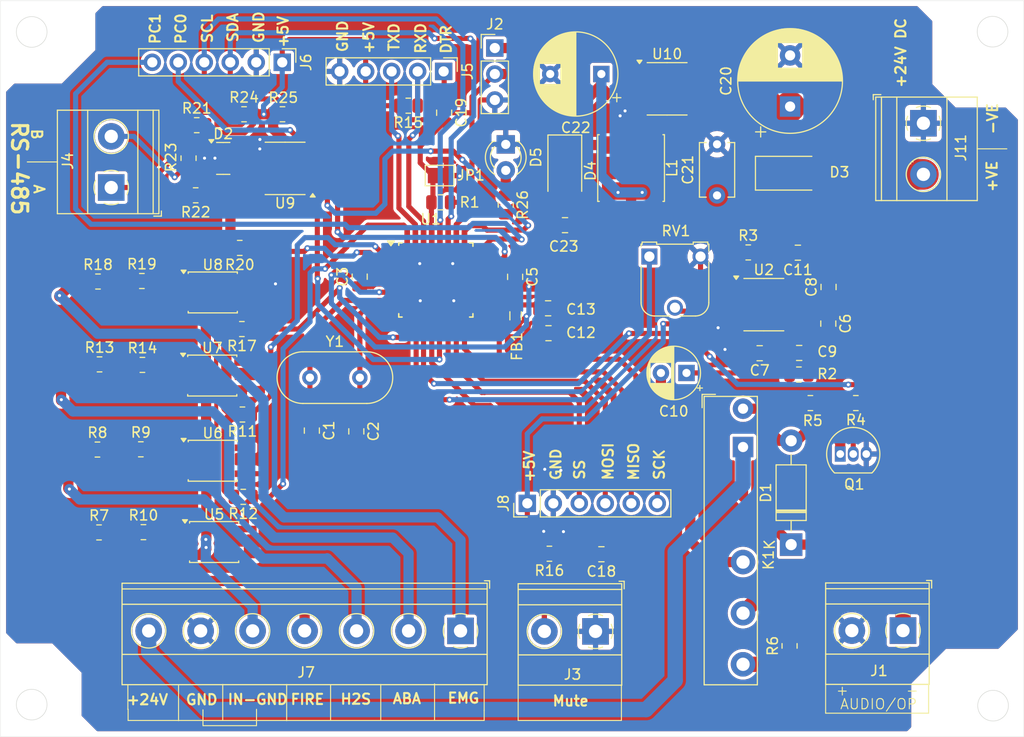
<source format=kicad_pcb>
(kicad_pcb (version 20240108) (generator "pcbnew") (generator_version "8.0")
  (layers (0 "F.Cu" signal) (31 "B.Cu" signal) (34 "B.Paste" user) (35 "F.Paste" user) (36 "B.SilkS" user "B.Silkscreen") (37 "F.SilkS" user "F.Silkscreen") (38 "B.Mask" user) (39 "F.Mask" user) (44 "Edge.Cuts" user))
  (net 0 "")
  (net 1 "GND")
  (net 2 "Net-(U1-XTAL1{slash}PB6)")
  (net 3 "Net-(U1-XTAL2{slash}PB7)")
  (net 4 "+5V")
  (net 5 "Net-(U2-BYPASS)")
  (net 6 "Net-(C10-Pad1)")
  (net 7 "Net-(C9-Pad1)")
  (net 8 "OUT")
  (net 9 "Net-(C11-Pad1)")
  (net 10 "Net-(C11-Pad2)")
  (net 11 "Net-(U1-AVCC)")
  (net 12 "MUTE")
  (net 13 "DTR")
  (net 14 "Net-(J5-Pin_1)")
  (net 15 "+24V")
  (net 16 "Net-(D1-A)")
  (net 17 "A")
  (net 18 "B")
  (net 19 "Net-(D3-A)")
  (net 20 "Net-(D4-K)")
  (net 21 "Net-(D5-A)")
  (net 22 "Net-(J1-Pin_1)")
  (net 23 "TXD")
  (net 24 "RXD")
  (net 25 "OUT_GND")
  (net 26 "Net-(J7-Pin_1)")
  (net 27 "Net-(J7-Pin_3)")
  (net 28 "Net-(J7-Pin_2)")
  (net 29 "Net-(J7-Pin_4)")
  (net 30 "Net-(K1-Pad14)")
  (net 31 "Net-(Q1-B)")
  (net 32 "Net-(R3-Pad1)")
  (net 33 "Relay")
  (net 34 "Net-(R10-Pad1)")
  (net 35 "Net-(R8-Pad2)")
  (net 36 "Net-(R9-Pad2)")
  (net 37 "Net-(R10-Pad2)")
  (net 38 "H2S")
  (net 39 "FIRE")
  (net 40 "Net-(R13-Pad2)")
  (net 41 "Net-(R14-Pad2)")
  (net 42 "ABANDOWN")
  (net 43 "Net-(R18-Pad2)")
  (net 44 "Net-(R19-Pad2)")
  (net 45 "EMG")
  (net 46 "SCL")
  (net 47 "SDA")
  (net 48 "PC3")
  (net 49 "Net-(U2-+)")
  (net 50 "IN")
  (net 52 "SS")
  (net 53 "MISO")
  (net 54 "RS_MODE")
  (net 55 "MOSI")
  (net 56 "PC1")
  (net 58 "SCK")
  (net 59 "PC0")
  (net 60 "RXD_S")
  (footprint "Capacitor_SMD:C_0805_2012Metric" (layer "F.Cu") (at 146.4564 85.598)
    (property "Reference" "C13")
    (property "Value" "0.1u")
  )
  (footprint "Package_SO:SO-4_4.4x3.6mm_P2.54mm" (layer "F.Cu") (at 113.6843 100.5078)
    (property "Reference" "U6")
    (property "Value" "LTV-357T")
  )
  (footprint "Diode_THT:D_DO-41_SOD81_P10.16mm_Horizontal" (layer "F.Cu") (at 170.2054 108.712 90)
    (property "Reference" "D1")
    (property "Value" "1N4001")
  )
  (footprint "Capacitor_SMD:C_0805_2012Metric" (layer "F.Cu") (at 127.7112 97.6376 -90)
    (property "Reference" "C2")
    (property "Value" "22pF")
  )
  (footprint "Package_SO:SO-4_4.4x3.6mm_P2.54mm" (layer "F.Cu") (at 113.8155 108.458)
    (property "Reference" "U5")
    (property "Value" "LTV-357T")
  )
  (footprint "Package_QFP:TQFP-32_7x7mm_P0.8mm" (layer "F.Cu") (at 135.4836 82.8294)
    (property "Reference" "U1")
    (property "Value" "ATmega328P-A")
  )
  (footprint "Package_SO:SOIC-8_3.9x4.9mm_P1.27mm" (layer "F.Cu") (at 120.7516 71.9186 180)
    (property "Reference" "U9")
    (property "Value" "MAX485E")
  )
  (footprint "Capacitor_SMD:C_0805_2012Metric" (layer "F.Cu") (at 136.2964 66.4718 -90)
    (property "Reference" "C19")
    (property "Value" "104")
  )
  (footprint "Resistor_SMD:R_0805_2012Metric" (layer "F.Cu") (at 102.4128 99.4156)
    (property "Reference" "R8")
    (property "Value" "4.7K")
  )
  (footprint "Resistor_SMD:R_0805_2012Metric" (layer "F.Cu") (at 116.32005 79.69365 180)
    (property "Reference" "R20")
    (property "Value" "10K")
  )
  (footprint "Resistor_SMD:R_0805_2012Metric" (layer "F.Cu") (at 176.53 94.869 180)
    (property "Reference" "R4")
    (property "Value" "1K")
  )
  (footprint "Capacitor_THT:CP_Radial_D8.0mm_P5.00mm" (layer "F.Cu") (at 151.659651 62.6872 180)
    (property "Reference" "C22")
    (property "Value" "220u 25V")
  )
  (footprint "Capacitor_SMD:C_0805_2012Metric" (layer "F.Cu") (at 167.132 89.9922 180)
    (property "Reference" "C7")
    (property "Value" "10uF")
  )
  (footprint "Diode_SMD:D_SMA" (layer "F.Cu") (at 170.2308 72.39)
    (property "Reference" "D3")
    (property "Value" "B160-E3")
  )
  (footprint "Capacitor_SMD:C_0805_2012Metric" (layer "F.Cu") (at 128.0414 82.5094 90)
    (property "Reference" "C3")
    (property "Value" "104")
  )
  (footprint "Capacitor_THT:CP_Radial_D10.0mm_P5.00mm" (layer "F.Cu") (at 170.1038 65.867677 90)
    (property "Reference" "C20")
    (property "Value" "470u 50V")
  )
  (footprint "TerminalBlock_Phoenix:TerminalBlock_Phoenix_MKDS-1,5-2_1x02_P5.00mm_Horizontal" (layer "F.Cu") (at 103.759 73.787 90)
    (property "Reference" "J4")
    (property "Value" "Screw_Terminal_01x02")
  )
  (footprint "Resistor_SMD:R_0805_2012Metric" (layer "F.Cu") (at 132.7912 65.786 180)
    (property "Reference" "R15")
    (property "Value" "10k")
  )
  (footprint "Capacitor_SMD:C_0805_2012Metric" (layer "F.Cu") (at 170.9928 89.9668 180)
    (property "Reference" "C9")
    (property "Value" "10pF")
  )
  (footprint "Resistor_SMD:R_0805_2012Metric" (layer "F.Cu") (at 146.5834 109.601 180)
    (property "Reference" "R16")
    (property "Value" "1K")
  )
  (footprint "Resistor_SMD:R_0805_2012Metric" (layer "F.Cu") (at 106.807 91.1352)
    (property "Reference" "R14")
    (property "Value" "560R")
  )
  (footprint "Capacitor_SMD:C_0805_2012Metric" (layer "F.Cu") (at 173.863 83.5152 90)
    (property "Reference" "C8")
    (property "Value" "10uF")
  )
  (footprint "Connector_PinHeader_2.54mm:PinHeader_1x05_P2.54mm_Vertical" (layer "F.Cu") (at 136.2456 62.4332 -90)
    (property "Reference" "J5")
    (property "Value" "Conn_01x05_Pin")
  )
  (footprint "Resistor_SMD:R_0805_2012Metric" (layer "F.Cu") (at 112.014 74.549 180)
    (property "Reference" "R22")
    (property "Value" "10K")
  )
  (footprint "Resistor_SMD:R_0805_2012Metric" (layer "F.Cu") (at 116.7384 66.6242)
    (property "Reference" "R24")
    (property "Value" "4.7K")
  )
  (footprint "Resistor_SMD:R_0805_2012Metric" (layer "F.Cu") (at 116.6603 104.0384 180)
    (property "Reference" "R12")
    (property "Value" "10K")
  )
  (footprint "Inductor_SMD:L_0805_2012Metric" (layer "F.Cu") (at 143.2814 86.3346 -90)
    (property "Reference" "FB1")
    (property "Value" "FerriteBead")
  )
  (footprint "Resistor_SMD:R_0805_2012Metric" (layer "F.Cu") (at 116.5276 87.63 180)
    (property "Reference" "R17")
    (property "Value" "10K")
  )
  (footprint "Relay_THT:Relay_SPDT_Finder_34.51_Vertical" (layer "F.Cu") (at 165.5064 99.1676 -90)
    (property "Reference" "K1")
    (property "Value" "FINDER-34.51")
  )
  (footprint "Resistor_SMD:R_0805_2012Metric" (layer "F.Cu") (at 102.5671 107.5182)
    (property "Reference" "R7")
    (property "Value" "4.7K" (hide yes))
  )
  (footprint "Resistor_SMD:R_0805_2012Metric" (layer "F.Cu") (at 106.9067 107.4928)
    (property "Reference" "R10")
    (property "Value" "560R")
  )
  (footprint "Connector_PinHeader_2.54mm:PinHeader_1x03_P2.54mm_Vertical" (layer "F.Cu") (at 141.2494 60.1472)
    (property "Reference" "J2")
    (property "Value" "Conn_01x03_Pin")
  )
  (footprint "Package_SO:SO-4_4.4x3.6mm_P2.54mm" (layer "F.Cu") (at 113.6828 84.0486)
    (property "Reference" "U8")
    (property "Value" "LTV-357T")
  )
  (footprint "Capacitor_SMD:C_0805_2012Metric" (layer "F.Cu") (at 143.2306 82.5246 -90)
    (property "Reference" "C5")
    (property "Value" "104")
  )
  (footprint "TerminalBlock_Phoenix:TerminalBlock_Phoenix_MKDS-1,5-2_1x02_P5.00mm_Horizontal" (layer "F.Cu") (at 151.09 117.1954 180)
    (property "Reference" "J3")
    (property "Value" "Screw_Terminal_01x02")
  )
  (footprint "Resistor_SMD:R_0805_2012Metric" (layer "F.Cu") (at 170.9655 92.075)
    (property "Reference" "R2")
    (property "Value" "100")
  )
  (footprint "Inductor_SMD:L_Sunlord_SWPA6045S" (layer "F.Cu") (at 154.5656 71.882 -90)
    (property "Reference" "L1")
    (property "Value" "68u")
  )
  (footprint "Capacitor_SMD:C_0805_2012Metric" (layer "F.Cu") (at 123.3678 97.5614 -90)
    (property "Reference" "C1")
    (property "Value" "22pF")
  )
  (footprint "Resistor_SMD:R_0805_2012Metric" (layer "F.Cu") (at 106.7543 82.931)
    (property "Reference" "R19")
    (property "Value" "560R")
  )
  (footprint "Resistor_SMD:R_0805_2012Metric" (layer "F.Cu") (at 170.053 118.6161 90)
    (property "Reference" "R6")
    (property "Value" "1M")
  )
  (footprint "Capacitor_THT:C_Disc_D5.1mm_W3.2mm_P5.00mm" (layer "F.Cu") (at 162.9664 74.5598 90)
    (property "Reference" "C21")
    (property "Value" "105")
  )
  (footprint "Diode_SMD:D_SMA" (layer "F.Cu") (at 148.0886 72.1614 -90)
    (property "Reference" "D4")
    (property "Value" "B160-E3")
  )
  (footprint "TerminalBlock_Phoenix:TerminalBlock_Phoenix_MKDS-1,5-2_1x02_P5.00mm_Horizontal" (layer "F.Cu") (at 183.1338 67.5024 -90)
    (property "Reference" "J11")
    (property "Value" "Screw_Terminal_01x02")
  )
  (footprint "Potentiometer_THT:Potentiometer_Runtron_RM-065_Vertical" (layer "F.Cu") (at 156.3516 80.5386)
    (property "Reference" "RV1")
    (property "Value" "R_Potentiometer")
  )
  (footprint "Connector_PinHeader_2.54mm:PinHeader_1x06_P2.54mm_Vertical" (layer "F.Cu") (at 144.4244 104.6734 90)
    (property "Reference" "J8")
    (property "Value" "Conn_01x06_Pin")
  )
  (footprint "Capacitor_SMD:C_0805_2012Metric" (layer "F.Cu") (at 148.1074 77.47 180)
    (property "Reference" "C23")
    (property "Value" "0.1u")
  )
  (footprint "Capacitor_SMD:C_0805_2012Metric" (layer "F.Cu") (at 173.8376 87.0966 -90)
    (property "Reference" "C6")
    (property "Value" "100nF")
  )
  (footprint "Capacitor_SMD:C_0805_2012Metric" (layer "F.Cu") (at 146.492 88.0364)
    (property "Reference" "C12")
    (property "Value" "0.1u")
  )
  (footprint "Resistor_SMD:R_0805_2012Metric" (layer "F.Cu") (at 116.5822 95.9866 180)
    (property "Reference" "R11")
    (property "Value" "10K")
  )
  (footprint "Resistor_SMD:R_0805_2012Metric" (layer "F.Cu") (at 172.0869 94.869)
    (property "Reference" "R5")
    (property "Value" "4.7K")
  )
  (footprint "Connector_PinHeader_2.54mm:PinHeader_1x06_P2.54mm_Vertical" (layer "F.Cu") (at 120.4722 61.5442 -90)
    (property "Reference" "J6")
    (property "Value" "Conn_01x06_Pin")
  )
  (footprint "Resistor_SMD:R_0805_2012Metric" (layer "F.Cu") (at 135.9643 75.2348)
    (property "Reference" "R1")
    (property "Value" "10k")
  )
  (footprint "Package_TO_SOT_SMD:SOT-23" (layer "F.Cu") (at 114.7064 70.9422)
    (property "Reference" "D2")
    (property "Value" "SM712_SOT23")
  )
  (footprint "Package_SO:SO-4_4.4x3.6mm_P2.54mm" (layer "F.Cu") (at 113.632 92.1766)
    (property "Reference" "U7")
    (property "Value" "LTV-357T")
  )
  (footprint "Crystal:Crystal_HC49-U_Vertical" (layer "F.Cu") (at 123.1784 92.3798)
    (property "Reference" "Y1")
    (property "Value" "Crystal")
  )
  (footprint "Resistor_SMD:R_0805_2012Metric" (layer "F.Cu") (at 102.4655 82.9818)
    (property "Reference" "R18")
    (property "Value" "4.7K")
  )
  (footprint "Resistor_SMD:R_0805_2012Metric" (layer "F.Cu") (at 120.4976 66.6242 180)
    (property "Reference" "R25")
    (property "Value" "4.7K")
  )
  (footprint "Package_SO:SOIC-8_3.9x4.9mm_P1.27mm" (layer "F.Cu") (at 167.5384 85.2424)
    (property "Reference" "U2")
    (property "Value" "LM386")
  )
  (footprint "TerminalBlock_Phoenix:TerminalBlock_Phoenix_MKDS-1,5-2_1x02_P5.00mm_Horizontal" (layer "F.Cu") (at 181.1382 117.1192 180)
    (property "Reference" "J1")
    (property "Value" "Screw_Terminal_01x02")
  )
  (footprint "Package_SO:SOIC-8_3.9x4.9mm_P1.27mm" (layer "F.Cu") (at 158.085 64.135)
    (property "Reference" "U10")
    (property "Value" "XL1509-5.0")
  )
  (footprint "Capacitor_SMD:C_0805_2012Metric" (layer "F.Cu") (at 170.8658 80.1624 180)
    (property "Reference" "C11")
    (property "Value" "10uF")
  )
  (footprint "Resistor_SMD:R_0805_2012Metric" (layer "F.Cu") (at 112.1156 67.691)
    (property "Reference" "R21")
    (property "Value" "10K")
  )
  (footprint "Resistor_SMD:R_0805_2012Metric" (layer "F.Cu") (at 111.3147 70.9178 -90)
    (property "Reference" "R23")
    (property "Value" "120R")
  )
  (footprint "Resistor_SMD:R_0805_2012Metric" (layer "F.Cu") (at 142.3162 75.4888 -90)
    (property "Reference" "R26")
    (property "Value" "1K")
  )
  (footprint "Capacitor_SMD:C_0805_2012Metric" (layer "F.Cu") (at 151.6634 109.6518 180)
    (property "Reference" "C18")
    (property "Value" "104")
  )
  (footprint "LED_THT:LED_D3.0mm" (layer "F.Cu") (at 142.3162 69.5706 -90)
    (property "Reference" "D5")
    (property "Value" "LED")
  )
  (footprint "Resistor_SMD:R_0805_2012Metric" (layer "F.Cu") (at 102.6179 91.0844)
    (property "Reference" "R13")
    (property "Value" "4.7K")
  )
  (footprint "TerminalBlock_Phoenix:TerminalBlock_Phoenix_MKDS-1,5-7-5.08_1x07_P5.08mm_Horizontal" (layer "F.Cu") (at 137.8966 117.1448 180)
    (property "Reference" "J7")
    (property "Value" "Screw_Terminal_01x07")
  )
  (footprint "Resistor_SMD:R_0805_2012Metric" (layer "F.Cu") (at 166.0144 80.137)
    (property "Reference" "R3")
    (property "Value" "0")
  )
  (footprint "Jumper:SolderJumper-2_P1.3mm_Open_Pad1.0x1.5mm" (layer "F.Cu") (at 135.8496 72.6186)
    (property "Reference" "JP1")
    (property "Value" "Jumper_2_Open")
  )
  (footprint "Resistor_SMD:R_0805_2012Metric" (layer "F.Cu") (at 106.6527 99.3902)
    (property "Reference" "R9")
    (property "Value" "560R")
  )
  (footprint "Package_TO_SOT_THT:TO-92_Inline" (layer "F.Cu") (at 175.006 99.8518)
    (property "Reference" "Q1")
    (property "Value" "BC547")
  )
  (footprint "Capacitor_THT:CP_Radial_D5.0mm_P2.50mm" (layer "F.Cu") (at 159.980513 91.9226 180)
    (property "Reference" "C10")
    (property "Value" "100uf 16v")
  )
  (gr_line (start 140.208 125.9078) (end 140.208 124.9172) (stroke (width 0.1)) (layer "F.SilkS"))
  (gr_line (start 143.53 125.9078) (end 153.6192 125.9078) (stroke (width 0.1)) (layer "F.SilkS"))
  (gr_line (start 143.53 122.4564) (end 143.53 125.9078) (stroke (width 0.1)) (layer "F.SilkS"))
  (gr_line (start 173.5782 122.3802) (end 173.5782 125.1966) (stroke (width 0.1)) (layer "F.SilkS"))
  (gr_line (start 114.6556 122.3772) (end 114.6556 125.857) (stroke (width 0.1)) (layer "F.SilkS"))
  (gr_line (start 105.41 124.8156) (end 105.41 125.9078) (stroke (width 0.1)) (layer "F.SilkS"))
  (gr_line (start 112.7252 126.4158) (end 117.9576 126.4158) (stroke (width 0.1)) (layer "F.SilkS"))
  (gr_line (start 112.7252 124.8664) (end 112.7252 126.4158) (stroke (width 0.1)) (layer "F.SilkS"))
  (gr_line (start 125.1966 122.4026) (end 125.1966 125.857) (stroke (width 0.1)) (layer "F.SilkS"))
  (gr_line (start 135.3566 122.3264) (end 135.3566 125.857) (stroke (width 0.1)) (layer "F.SilkS"))
  (gr_line (start 140.208 124.9172) (end 140.208 122.4026) (stroke (width 0.1)) (layer "F.SilkS"))
  (gr_line (start 105.41 124.8156) (end 105.3846 124.8156) (stroke (width 0.1)) (layer "F.SilkS"))
  (gr_line (start 120.904 122.3772) (end 120.904 125.9332) (stroke (width 0.1)) (layer "F.SilkS"))
  (gr_line (start 105.3846 122.4026) (end 105.3846 124.8156) (stroke (width 0.1)) (layer "F.SilkS"))
  (gr_line (start 173.5782 125.1966) (end 183.642 125.1966) (stroke (width 0.1)) (layer "F.SilkS"))
  (gr_line (start 105.3846 124.8156) (end 105.41 124.8156) (stroke (width 0.1)) (layer "F.SilkS"))
  (gr_line (start 110.3376 122.7328) (end 110.3376 125.9332) (stroke (width 0.1)) (layer "F.SilkS"))
  (gr_line (start 110.3376 122.4026) (end 110.3376 122.7074) (stroke (width 0.1)) (layer "F.SilkS"))
  (gr_line (start 98.498 71.287) (end 95.5548 71.287) (stroke (width 0.1)) (layer "F.SilkS"))
  (gr_line (start 117.9576 126.4158) (end 117.9576 124.8156) (stroke (width 0.1)) (layer "F.SilkS"))
  (gr_line (start 183.642 125.1966) (end 183.642 122.3802) (stroke (width 0.1)) (layer "F.SilkS"))
  (gr_line (start 130.0988 122.3772) (end 130.0988 125.857) (stroke (width 0.1)) (layer "F.SilkS"))
  (gr_line (start 105.41 125.9078) (end 140.208 125.9078) (stroke (width 0.1)) (layer "F.SilkS"))
  (gr_line (start 188.3948 70.0024) (end 191.2874 70.0024) (stroke (width 0.1)) (layer "F.SilkS"))
  (gr_line (start 153.6192 125.9078) (end 153.6192 122.4564) (stroke (width 0.1)) (layer "F.SilkS"))
  (gr_circle (center 95.9866 124.3584) (end 97.4866 124.3584) (stroke (width 0.05)) (fill none) (layer "Edge.Cuts"))
  (gr_circle (center 189.891995 58.547) (end 191.391995 58.547) (stroke (width 0.05)) (fill none) (layer "Edge.Cuts"))
  (gr_circle (center 189.9412 124.46) (end 191.4412 124.46) (stroke (width 0.05)) (fill none) (layer "Edge.Cuts"))
  (gr_circle (center 95.9866 58.5724) (end 97.4866 58.5724) (stroke (width 0.05)) (fill none) (layer "Edge.Cuts"))
  (gr_rect (start 92.9384 55.508) (end 192.9384 127.508) (stroke (width 0.025)) (fill none) (layer "Edge.Cuts"))
  (gr_text "SS" (at 150.114 102.4636 90) (layer "F.SilkS") (effects (font (size 1 1) (thickness 0.2) (bold yes)) (justify left bottom)))
  (gr_text "+24V DC" (at 181.5084 64.135 90) (layer "F.SilkS") (effects (font (size 1 1) (thickness 0.2) (bold yes)) (justify left bottom)))
  (gr_text "TXD" (at 131.9784 60.579 90) (layer "F.SilkS") (effects (font (size 1 1) (thickness 0.2) (bold yes)) (justify left bottom)))
  (gr_text "B" (at 95.885 67.945 -90) (layer "F.SilkS") (effects (font (size 1 1) (thickness 0.2) (bold yes)) (justify left bottom)))
  (gr_text "Mute" (at 146.7866 124.587 0) (layer "F.SilkS") (effects (font (size 1 1) (thickness 0.2) (bold yes)) (justify left bottom)))
  (gr_text "-VE\n" (at 190.4746 68.6816 90) (layer "F.SilkS") (effects (font (size 1 1) (thickness 0.2) (bold yes)) (justify left bottom)))
  (gr_text "+5V" (at 145.2118 102.7176 90) (layer "F.SilkS") (effects (font (size 1 1) (thickness 0.2) (bold yes)) (justify left bottom)))
  (gr_text "+24V" (at 105.156 124.46 0) (layer "F.SilkS") (effects (font (size 1 1) (thickness 0.2) (bold yes)) (justify left bottom)))
  (gr_text "EMG" (at 136.525 124.3076 0) (layer "F.SilkS") (effects (font (size 1 1) (thickness 0.2) (bold yes)) (justify left bottom)))
  (gr_text "H2S" (at 126.0602 124.4092 0) (layer "F.SilkS") (effects (font (size 1 1) (thickness 0.2) (bold yes)) (justify left bottom)))
  (gr_text "+5V" (at 121.1372 60.2142 90) (layer "F.SilkS") (effects (font (size 1 1) (thickness 0.2) (bold yes)) (justify left bottom)))
  (gr_text "ABA" (at 131.1656 124.3584 0) (layer "F.SilkS") (effects (font (size 1 1) (thickness 0.2) (bold yes)) (justify left bottom)))
  (gr_text "MISO" (at 155.3972 102.5398 90) (layer "F.SilkS") (effects (font (size 1 1) (thickness 0.2) (bold yes)) (justify left bottom)))
  (gr_text "AUDIO/OP\n" (at 174.9298 124.8918 0) (layer "F.SilkS") (effects (font (size 1 1) (thickness 0.1)) (justify left bottom)))
  (gr_text "SCK" (at 157.9118 102.489 90) (layer "F.SilkS") (effects (font (size 1 1) (thickness 0.2) (bold yes)) (justify left bottom)))
  (gr_text "PC1" (at 108.6358 59.8678 90) (layer "F.SilkS") (effects (font (size 1 1) (thickness 0.2) (bold yes)) (justify left bottom)))
  (gr_text "DTR" (at 137.0838 60.8076 90) (layer "F.SilkS") (effects (font (size 1 1) (thickness 0.2) (bold yes)) (justify left bottom)))
  (gr_text "SDA" (at 116.2304 59.69 90) (layer "F.SilkS") (effects (font (size 1 1) (thickness 0.2) (bold yes)) (justify left bottom)))
  (gr_text "RXD" (at 134.5946 60.8076 90) (layer "F.SilkS") (effects (font (size 1 1) (thickness 0.2) (bold yes)) (justify left bottom)))
  (gr_text "IN-GND" (at 115.0366 124.4346 0) (layer "F.SilkS") (effects (font (size 1 1) (thickness 0.2) (bold yes)) (justify left bottom)))
  (gr_text "+5V" (at 129.5146 60.8076 90) (layer "F.SilkS") (effects (font (size 1 1) (thickness 0.2) (bold yes)) (justify left bottom)))
  (gr_text "GND" (at 126.9492 60.6552 90) (layer "F.SilkS") (effects (font (size 1 1) (thickness 0.2) (bold yes)) (justify left bottom)))
  (gr_text "GND" (at 147.8026 102.5144 90) (layer "F.SilkS") (effects (font (size 1 1) (thickness 0.2) (bold yes)) (justify left bottom)))
  (gr_text "+" (at 174.5234 123.5456 0) (layer "F.SilkS") (effects (font (size 1 1) (thickness 0.1)) (justify left bottom)))
  (gr_text "FIRE\n" (at 121.1834 124.4346 0) (layer "F.SilkS") (effects (font (size 1 1) (thickness 0.2) (bold yes)) (justify left bottom)))
  (gr_text "-" (at 181.356 123.5456 0) (layer "F.SilkS") (effects (font (size 1 1) (thickness 0.1)) (justify left bottom)))
  (gr_text "GND" (at 118.7704 59.7662 90) (layer "F.SilkS") (effects (font (size 1 1) (thickness 0.2) (bold yes)) (justify left bottom)))
  (gr_text "PC0" (at 111.1504 59.8678 90) (layer "F.SilkS") (effects (font (size 1 1) (thickness 0.2) (bold yes)) (justify left bottom)))
  (gr_text "RS-485" (at 93.9038 67.183 -90) (layer "F.SilkS") (effects (font (size 1.5 1.5) (thickness 0.3) (bold yes)) (justify left bottom)))
  (gr_text "MOSI\n" (at 152.908 102.5144 90) (layer "F.SilkS") (effects (font (size 1 1) (thickness 0.2) (bold yes)) (justify left bottom)))
  (gr_text "A" (at 96.1136 73.3806 270) (layer "F.SilkS") (effects (font (size 1 1) (thickness 0.2) (bold yes)) (justify left bottom)))
  (gr_text "+VE\n" (at 190.4238 74.3204 90) (layer "F.SilkS") (effects (font (size 1 1) (thickness 0.2) (bold yes)) (justify left bottom)))
  (gr_text "GND" (at 110.9472 124.46 0) (layer "F.SilkS") (effects (font (size 1 1) (thickness 0.2) (bold yes)) (justify left bottom)))
  (gr_text "SCL\n" (at 113.7412 59.7662 90) (layer "F.SilkS") (effects (font (size 1 1) (thickness 0.2) (bold yes)) (justify left bottom)))
  (segment (start 163.068 87.503) (end 163.4236 87.1474) (width 0.5) (layer "F.Cu") (net 1))
  (segment (start 118.1862 85.3186) (end 119.634 83.8708) (width 0.5) (layer "F.Cu") (net 1))
  (segment (start 119.634 83.8708) (end 119.8118 83.693) (width 0.5) (layer "F.Cu") (net 1))
  (segment (start 137.8458 72.6694) (end 137.8204 72.644) (width 0.5) (layer "F.Cu") (net 1))
  (segment (start 133.0452 82.9056) (end 132.7658 83.185) (width 0.5) (layer "F.Cu") (net 1))
  (segment (start 119.8118 83.693) (end 119.8118 83.2104) (width 0.5) (layer "F.Cu") (net 1))
  (segment (start 118.2878 70.0024) (end 118.2766 70.0136) (width 0.5) (layer "F.Cu") (net 1))
  (segment (start 128.0414 83.4594) (end 129.1386 83.4594) (width 0.5) (layer "F.Cu") (net 1))
  (segment (start 129.3686 83.2294) (end 131.2336 83.2294) (width 0.5) (layer "F.Cu") (net 1))
  (segment (start 153.9748 66.294) (end 153.9748 66.3194) (width 0.5) (layer "F.Cu") (net 1))
  (segment (start 164.1094 89.9922) (end 166.182 89.9922) (width 0.5) (layer "F.Cu") (net 1))
  (segment (start 129.1386 83.4594) (end 129.3686 83.2294) (width 0.5) (layer "F.Cu") (net 1))
  (segment (start 161.3516 81.870599) (end 161.3516 80.5386) (width 0.5) (layer "F.Cu") (net 1))
  (segment (start 131.2336 81.6294) (end 132.658 81.6294) (width 0.5) (layer "F.Cu") (net 1))
  (segment (start 163.4236 87.1474) (end 165.0634 87.1474) (width 0.5) (layer "F.Cu") (net 1))
  (segment (start 137.8204 72.644) (end 137.8204 72.6694) (width 0.5) (layer "F.Cu") (net 1))
  (segment (start 136.4996 72.6186) (end 137.795 72.6186) (width 0.5) (layer "F.Cu") (net 1))
  (segment (start 163.7411 89.6239) (end 164.1094 89.9922) (width 0.5) (layer "F.Cu") (net 1))
  (segment (start 165.0634 84.6074) (end 164.088401 84.6074) (width 0.5) (layer "F.Cu") (net 1))
  (segment (start 137.8204 72.6694) (end 137.8458 72.6694) (width 0.5) (layer "F.Cu") (net 1))
  (segment (start 133.0452 82.0166) (end 133.0452 82.9056) (width 0.5) (layer "F.Cu") (net 1))
  (segment (start 153.5176 66.7766) (end 153.4922 66.7766) (width 0.5) (layer "F.Cu") (net 1))
  (segment (start 140.9636 82.4294) (end 141.8184 81.5746) (width 0.5) (layer "F.Cu") (net 1))
  (segment (start 164.088401 84.6074) (end 161.3516 81.870599) (width 0.5) (layer "F.Cu") (net 1))
  (segment (start 115.6439 70.9422) (end 113.919 70.9422) (width 0.5) (layer "F.Cu") (net 1))
  (segment (start 154.0002 66.294) (end 153.9748 66.294) (width 0.5) (layer "F.Cu") (net 1))
  (segment (start 155.61 66.04) (end 154.2542 66.04) (width 0.5) (layer "F.Cu") (net 1))
  (segment (start 113.8936 70.9168) (end 112.8776 70.9168) (width 0.5) (layer "F.Cu") (net 1))
  (segment (start 153.4922 66.802) (end 153.4668 66.8274) (width 0.5) (layer "F.Cu") (net 1))
  (segment (start 132.696 83.2294) (end 131.2336 83.2294) (width 0.5) (layer "F.Cu") (net 1))
  (segment (start 118.2878 69.088) (end 118.2878 70.0024) (width 0.5) (layer "F.Cu") (net 1))
  (segment (start 116.8328 85.3186) (end 118.1862 85.3186) (width 0.5) (layer "F.Cu") (net 1))
  (segment (start 141.8184 81.5746) (end 143.2306 81.5746) (width 0.5) (layer "F.Cu") (net 1))
  (segment (start 132.7658 83.185) (end 132.7404 83.185) (width 0.5) (layer "F.Cu") (net 1))
  (segment (start 132.7404 83.185) (end 132.696 83.2294) (width 0.5) (layer "F.Cu") (net 1))
  (segment (start 153.4922 66.7766) (end 153.4922 66.802) (width 0.5) (layer "F.Cu") (net 1))
  (segment (start 137.795 72.6186) (end 137.8204 72.644) (width 0.5) (layer "F.Cu") (net 1))
  (segment (start 153.9748 66.3194) (end 153.5176 66.7766) (width 0.5) (layer "F.Cu") (net 1))
  (segment (start 119.8118 83.2104) (end 119.8118 83.1596) (width 0.5) (layer "F.Cu") (net 1))
  (segment (start 154.2542 66.04) (end 154.0002 66.294) (width 0.5) (layer "F.Cu") (net 1))
  (segment (start 113.919 70.9422) (end 113.8936 70.9168) (width 0.5) (layer "F.Cu") (net 1))
  (segment (start 132.658 81.6294) (end 133.0452 82.0166) (width 0.5) (layer "F.Cu") (net 1))
  (segment (start 139.7336 82.4294) (end 140.9636 82.4294) (width 0.5) (layer "F.Cu") (net 1))
  (via (at 133.9088 81.2292) (size 0.6) (drill 0.3) (layers "F.Cu" "B.Cu") (net 1))
  (via (at 163.068 87.503) (size 0.6) (drill 0.3) (layers "F.Cu" "B.Cu") (net 1))
  (via (at 119.8118 83.2104) (size 0.6) (drill 0.3) (layers "F.Cu" "B.Cu") (net 1))
  (via (at 153.4922 66.7766) (size 0.6) (drill 0.3) (layers "F.Cu" "B.Cu") (net 1))
  (via (at 112.8776 70.9168) (size 0.6) (drill 0.3) (layers "F.Cu" "B.Cu") (net 1))
  (via (at 137.1346 81.2292) (size 0.6) (drill 0.3) (layers "F.Cu" "B.Cu") (net 1))
  (via (at 113.8936 70.9168) (size 0.6) (drill 0.3) (layers "F.Cu" "B.Cu") (net 1))
  (via (at 118.2766 70.0136) (size 0.6) (drill 0.3) (layers "F.Cu" "B.Cu") (net 1))
  (via (at 146.0246 107.4166) (size 0.6) (drill 0.3) (layers "F.Cu" "B.Cu") (net 1))
  (via (at 146.1262 101.346) (size 0.6) (drill 0.3) (layers "F.Cu" "B.Cu") (net 1))
  (via (at 133.9596 84.8614) (size 0.6) (drill 0.3) (layers "F.Cu" "B.Cu") (net 1))
  (via (at 153.9748 66.294) (size 0.6) (drill 0.3) (layers "F.Cu" "B.Cu") (net 1))
  (via (at 137.8204 72.6694) (size 0.6) (drill 0.3) (layers "F.Cu" "B.Cu") (net 1))
  (via (at 147.701 101.4476) (size 0.6) (drill 0.3) (layers "F.Cu" "B.Cu") (net 1))
  (via (at 147.955 107.442) (size 0.6) (drill 0.3) (layers "F.Cu" "B.Cu") (net 1))
  (via (at 118.2878 69.088) (size 0.6) (drill 0.3) (layers "F.Cu" "B.Cu") (net 1))
  (via (at 137.2362 84.8614) (size 0.6) (drill 0.3) (layers "F.Cu" "B.Cu") (net 1))
  (via (at 163.7411 89.6239) (size 0.6) (drill 0.3) (layers "F.Cu" "B.Cu") (net 1))
  (segment (start 163.7411 89.6239) (end 163.068 88.9508) (width 0.5) (layer "B.Cu") (net 1))
  (segment (start 163.068 88.9508) (end 163.068 87.503) (width 0.5) (layer "B.Cu") (net 1))
  (segment (start 123.1784 96.422) (end 123.3678 96.6114) (width 0.5) (layer "F.Cu") (net 2))
  (segment (start 123.1784 92.3798) (end 123.1784 96.422) (width 0.5) (layer "F.Cu") (net 2))
  (segment (start 123.1784 88.0734) (end 123.1784 92.3798) (width 0.5) (layer "F.Cu") (net 2))
  (segment (start 131.2336 84.8294) (end 126.4224 84.8294) (width 0.5) (layer "F.Cu") (net 2))
  (segment (start 126.4224 84.8294) (end 123.1784 88.0734) (width 0.5) (layer "F.Cu") (net 2))
  (segment (start 128.0584 96.3404) (end 127.7112 96.6876) (width 0.5) (layer "F.Cu") (net 3))
  (segment (start 128.0584 86.1484) (end 128.0584 92.3798) (width 0.5) (layer "F.Cu") (net 3))
  (segment (start 131.2336 85.6294) (end 128.5942 85.6294) (width 0.5) (layer "F.Cu") (net 3))
  (segment (start 128.0752 86.1484) (end 128.0584 86.1484) (width 0.5) (layer "F.Cu") (net 3))
  (segment (start 128.5942 85.6294) (end 128.0752 86.1484) (width 0.5) (layer "F.Cu") (net 3))
  (segment (start 128.0584 92.3798) (end 128.0584 96.3404) (width 0.5) (layer "F.Cu") (net 3))
  (segment (start 121.158 59.309) (end 128.2192 59.309) (width 0.5) (layer "F.Cu") (net 4))
  (segment (start 168.082 88.8594) (end 168.082 89.9922) (width 0.5) (layer "F.Cu") (net 4))
  (segment (start 141.4678 83.4746) (end 143.2306 83.4746) (width 0.5) (layer "F.Cu") (net 4))
  (segment (start 154.5656 75.3552) (end 152.4508 77.47) (width 1) (layer "F.Cu") (net 4))
  (segment (start 116.8146 68.4276) (end 117.6509 67.5913) (width 0.5) (layer "F.Cu") (net 4))
  (segment (start 131.8787 65.786) (end 129.8448 65.786) (width 0.5) (layer "F.Cu") (net 4))
  (segment (start 143.3365 87.3971) (end 144.3482 86.3854) (width 0.5) (layer "F.Cu") (net 4))
  (segment (start 120.4214 72.653799) (end 120.4214 68.8848) (width 1) (layer "F.Cu") (net 4))
  (segment (start 167.7924 88.5698) (end 168.082 88.8594) (width 0.5) (layer "F.Cu") (net 4))
  (segment (start 139.0142 74.5236) (end 139.0142 66.4718) (width 0.5) (layer "F.Cu") (net 4))
  (segment (start 120.4722 61.5442) (end 120.4722 59.9948) (width 0.5) (layer "F.Cu") (net 4))
  (segment (start 115.0366 96.6197) (end 115.0366 103.3272) (width 1) (layer "F.Cu") (net 4))
  (segment (start 143.2306 83.4746) (end 144.2822 83.4746) (width 0.5) (layer "F.Cu") (net 4))
  (segment (start 115.40755 74.94005) (end 115.40755 79.69365) (width 1) (layer "F.Cu") (net 4))
  (segment (start 143.002 62.6872) (end 141.2494 62.6872) (width 1) (layer "F.Cu") (net 4))
  (segment (start 170.0134 85.8774) (end 172.1358 85.8774) (width 0.5) (layer "F.Cu") (net 4))
  (segment (start 118.2766 73.8236) (end 116.524 73.8236) (width 1) (layer "F.Cu") (net 4))
  (segment (start 149.0574 80.8126) (end 146.3954 83.4746) (width 1) (layer "F.Cu") (net 4))
  (segment (start 129.8448 65.786) (end 128.6256 64.5668) (width 0.5) (layer "F.Cu") (net 4))
  (segment (start 132.5372 67.1576) (end 134.5692 67.1576) (width 0.5) (layer "F.Cu") (net 4))
  (segment (start 135.255 66.4718) (end 139.0142 66.4718) (width 0.5) (layer "F.Cu") (net 4))
  (segment (start 129.7686 82.423) (end 130.0734 82.423) (width 0.5) (layer "F.Cu") (net 4))
  (segment (start 172.405 86.1466) (end 173.8376 86.1466) (width 0.5) (layer "F.Cu") (net 4))
  (segment (start 120.4214 68.8848) (end 119.5851 68.0485) (width 1) (layer "F.Cu") (net 4))
  (segment (start 115.40755 79.69365) (end 114.8334 80.2678) (width 1) (layer "F.Cu") (net 4))
  (segment (start 174.752 77.47) (end 177.3682 80.0862) (width 1) (layer "F.Cu") (net 4))
  (segment (start 128.0414 81.5594) (end 126.0856 81.5594) (width 0.5) (layer "F.Cu") (net 4))
  (segment (start 129.9526 84.0294) (end 129.9464 84.0232) (width 0.5) (layer "F.Cu") (net 4))
  (segment (start 120.4722 59.9948) (end 121.158 59.309) (width 0.5) (layer "F.Cu") (net 4))
  (segment (start 141.4526 83.4898) (end 141.4678 83.4746) (width 0.5) (layer "F.Cu") (net 4))
  (segment (start 128.905 81.5594) (end 129.7686 82.423) (width 0.5) (layer "F.Cu") (net 4))
  (segment (start 115.0112 88.2339) (end 115.0112 95.3281) (width 1) (layer "F.Cu") (net 4))
  (segment (start 141.1922 83.2294) (end 141.4526 83.4898) (width 0.5) (layer "F.Cu") (net 4))
  (segment (start 125.2982 82.3468) (end 125.2728 82.3468) (width 0.5) (layer "F.Cu") (net 4))
  (segment (start 162.2044 88.5698) (end 167.7924 88.5698) (width 0.5) (layer "F.Cu") (net 4))
  (segment (start 128.6256 64.5668) (end 128.6256 62.4332) (width 0.5) (layer "F.Cu") (net 4))
  (segment (start 176.4894 86.1466) (end 173.8376 86.1466) (width 1) (layer "F.Cu") (net 4))
  (segment (start 126.0856 81.5594) (end 125.2982 82.3468) (width 0.5) (layer "F.Cu") (net 4))
  (segment (start 115.7478 104.0384) (end 115.697 104.0384) (width 1) (layer "F.Cu") (net 4))
  (segment (start 143.2814 87.3971) (end 143.3365 87.3971) (width 0.5) (layer "F.Cu") (net 4))
  (segment (start 134.5692 67.1576) (end 135.255 66.4718) (width 0.5) (layer "F.Cu") (net 4))
  (segment (start 177.3682 80.0862) (end 177.3682 85.2678) (width 1) (layer "F.Cu") (net 4))
  (segment (start 115.0112 95.3281) (end 115.6697 95.9866) (width 1) (layer "F.Cu") (net 4))
  (segment (start 139.7336 83.2294) (end 141.1922 83.2294) (width 0.5) (layer "F.Cu") (net 4))
  (segment (start 139.0142 64.9224) (end 141.2494 62.6872) (width 0.5) (layer "F.Cu") (net 4))
  (segment (start 138.303 75.2348) (end 139.0142 74.5236) (width 0.5) (layer "F.Cu") (net 4))
  (segment (start 152.4508 77.47) (end 174.752 77.47) (width 1) (layer "F.Cu") (net 4))
  (segment (start 128.6256 59.7662) (end 128.6256 62.4332) (width 0.5) (layer "F.Cu") (net 4))
  (segment (start 115.6697 95.9866) (end 115.0366 96.6197) (width 1) (layer "F.Cu") (net 4))
  (segment (start 168.082 86.833801) (end 169.038401 85.8774) (width 0.5) (layer "F.Cu") (net 4))
  (segment (start 128.2192 59.309) (end 128.651 59.7408) (width 0.5) (layer "F.Cu") (net 4))
  (segment (start 114.8334 86.8483) (end 115.6151 87.63) (width 1) (layer "F.Cu") (net 4))
  (segment (start 151.659651 63.732349) (end 150.0632 65.3288) (width 1) (layer "F.Cu") (net 4))
  (segment (start 119.5851 68.0485) (end 119.5851 66.6242) (width 1) (layer "F.Cu") (net 4))
  (segment (start 118.6688 66.6242) (end 117.6509 66.6242) (width 1) (layer "F.Cu") (net 4))
  (segment (start 113.0281 67.691) (end 113.7647 68.4276) (width 0.5) (layer "F.Cu") (net 4))
  (segment (start 169.038401 85.8774) (end 170.0134 85.8774) (width 0.5) (layer "F.Cu") (net 4))
  (segment (start 154.5656 74.132) (end 154.5656 75.3552) (width 1) (layer "F.Cu") (net 4))
  (segment (start 151.659651 64.004251) (end 151.659651 62.6872) (width 1) (layer "F.Cu") (net 4))
  (segment (start 150.0632 65.3288) (end 145.6436 65.3288) (width 1) (layer "F.Cu") (net 4))
  (segment (start 149.0574 77.47) (end 149.0574 80.8126) (width 1) (layer "F.Cu") (net 4))
  (segment (start 113.7647 68.4276) (end 116.8146 68.4276) (width 0.5) (layer "F.Cu") (net 4))
  (segment (start 177.3682 85.2678) (end 176.4894 86.1466) (width 1) (layer "F.Cu") (net 4))
  (segment (start 130.0734 82.423) (end 130.0798 82.4294) (width 0.5) (layer "F.Cu") (net 4))
  (segment (start 131.8787 66.4991) (end 132.5372 67.1576) (width 0.5) (layer "F.Cu") (net 4))
  (segment (start 115.0366 103.3272) (end 115.7478 104.0384) (width 1) (layer "F.Cu") (net 4))
  (segment (start 144.4244 108.3545) (end 145.6709 109.601) (width 0.5) (layer "F.Cu") (net 4))
  (segment (start 131.2336 84.0294) (end 129.9526 84.0294) (width 0.5) (layer "F.Cu") (net 4))
  (segment (start 125.2728 82.3468) (end 125.2728 82.3722) (width 0.5) (layer "F.Cu") (net 4))
  (segment (start 118.2766 73.8236) (end 119.251599 73.8236) (width 1) (layer "F.Cu") (net 4))
  (segment (start 130.0798 82.4294) (end 131.2336 82.4294) (width 0.5) (layer "F.Cu") (net 4))
  (segment (start 168.082 89.9922) (end 168.082 86.833801) (width 0.5) (layer "F.Cu") (net 4))
  (segment (start 160.7566 87.122) (end 162.2044 88.5698) (width 0.5) (layer "F.Cu") (net 4))
  (segment (start 155.61 64.77) (end 152.4254 64.77) (width 1) (layer "F.Cu") (net 4))
  (segment (start 144.3482 86.3854) (end 144.3228 86.4108) (width 0.5) (layer "F.Cu") (net 4))
  (segment (start 151.659651 62.6872) (end 151.659651 63.732349) (width 1) (layer "F.Cu") (net 4))
  (segment (start 144.4244 104.6734) (end 144.4244 108.3545) (width 0.5) (layer "F.Cu") (net 4))
  (segment (start 146.3954 83.4746) (end 143.2306 83.4746) (width 1) (layer "F.Cu") (net 4))
  (segment (start 116.524 73.8236) (end 115.40755 74.94005) (width 1) (layer "F.Cu") (net 4))
  (segment (start 117.6509 67.5913) (end 117.6509 66.6242) (width 0.5) (layer "F.Cu") (net 4))
  (segment (start 114.8334 80.2678) (end 114.8334 86.8483) (width 1) (layer "F.Cu") (net 4))
  (segment (start 136.8768 75.2348) (end 138.303 75.2348) (width 0.5) (layer "F.Cu") (net 4))
  (segment (start 119.5851 66.6242) (end 118.6688 66.6242) (width 1) (layer "F.Cu") (net 4))
  (segment (start 128.651 59.7408) (end 128.6256 59.7662) (width 0.5) (layer "F.Cu") (net 4))
  (segment (start 115.6151 87.63) (end 115.0112 88.2339) (width 1) (layer "F.Cu") (net 4))
  (segment (start 125.2728 82.3722) (end 125.2728 82.3722) (width 0.5) (layer "F.Cu") (net 4))
  (segment (start 157.7086 87.122) (end 160.7566 87.122) (width 0.5) (layer "F.Cu") (net 4))
  (segment (start 152.4508 77.47) (end 149.0574 77.47) (width 1) (layer "F.Cu") (net 4))
  (segment (start 145.6436 65.3288) (end 143.002 62.6872) (width 1) (layer "F.Cu") (net 4))
  (segment (start 152.4254 64.77) (end 151.659651 64.004251) (width 1) (layer "F.Cu") (net 4))
  (segment (start 139.0142 66.4718) (end 139.0142 64.9224) (width 0.5) (layer "F.Cu") (net 4))
  (segment (start 172.1358 85.8774) (end 172.405 86.1466) (width 0.5) (layer "F.Cu") (net 4))
  (segment (start 128.0414 81.5594) (end 128.905 81.5594) (width 0.5) (layer "F.Cu") (net 4))
  (segment (start 131.8787 65.786) (end 131.8787 66.4991) (width 0.5) (layer "F.Cu") (net 4))
  (segment (start 119.251599 73.8236) (end 120.4214 72.653799) (width 1) (layer "F.Cu") (net 4))
  (via (at 144.3482 86.3854) (size 0.6) (drill 0.3) (layers "F.Cu" "B.Cu") (net 4))
  (via (at 157.7086 87.122) (size 0.6) (drill 0.3) (layers "F.Cu" "B.Cu") (net 4))
  (via (at 155.6512 74.2696) (size 0.6) (drill 0.3) (layers "F.Cu" "B.Cu") (net 4))
  (via (at 129.9464 84.0232) (size 0.6) (drill 0.3) (layers "F.Cu" "B.Cu") (net 4))
  (via (at 153.289 74.2696) (size 0.6) (drill 0.3) (layers "F.Cu" "B.Cu") (net 4))
  (via (at 125.2728 82.3468) (size 0.6) (drill 0.3) (layers "F.Cu" "B.Cu") (net 4))
  (via (at 144.5768 83.4746) (size 0.6) (drill 0.3) (layers "F.Cu" "B.Cu") (net 4))
  (via (at 118.6688 66.6242) (size 0.6) (drill 0.3) (layers "F.Cu" "B.Cu") (net 4))
  (segment (start 128.0922 84.0232) (end 126.4158 82.3468) (width 0.5) (layer "B.Cu") (net 4))
  (segment (start 151.659651 72.640251) (end 151.659651 62.6872) (width 1) (layer "B.Cu") (net 4))
  (segment (start 120.4722 61.5442) (end 120.4722 63.9572) (width 0.5) (layer "B.Cu") (net 4))
  (segment (start 142.2146 89.3826) (end 144.3482 87.249) (width 0.5) (layer "B.Cu") (net 4))
  (segment (start 153.289 74.2696) (end 155.6512 74.2696) (width 1) (layer "B.Cu") (net 4))
  (segment (start 125.2728 85.1154) (end 129.54 89.3826) (width 0.5) (layer "B.Cu") (net 4))
  (segment (start 150.1902 96.4184) (end 145.8722 96.4184) (width 0.5) (layer "B.Cu") (net 4))
  (segment (start 120.4722 63.9572) (end 118.6434 65.786) (width 0.5) (layer "B.Cu") (net 4))
  (segment (start 125.2728 82.3468) (end 125.2728 85.1154) (width 0.5) (layer "B.Cu") (net 4))
  (segment (start 129.9464 84.0232) (end 128.0922 84.0232) (width 0.5) (layer "B.Cu") (net 4))
  (segment (start 145.8722 96.4184) (end 144.4244 97.8662) (width 0.5) (layer "B.Cu") (net 4))
  (segment (start 144.4244 97.8662) (end 144.4244 104.6734) (width 0.5) (layer "B.Cu") (net 4))
  (segment (start 144.3482 87.249) (end 144.3482 86.3854) (width 0.5) (layer "B.Cu") (net 4))
  (segment (start 129.54 89.3826) (end 142.2146 89.3826) (width 0.5) (layer "B.Cu") (net 4))
  (segment (start 144.5768 83.4746) (end 144.5768 86.1568) (width 0.5) (layer "B.Cu") (net 4))
  (segment (start 144.5768 86.1568) (end 144.3482 86.3854) (width 0.5) (layer "B.Cu") (net 4))
  (segment (start 157.7086 87.122) (end 157.7086 88.9) (width 0.5) (layer "B.Cu") (net 4))
  (segment (start 157.7086 88.9) (end 150.1902 96.4184) (width 0.5) (layer "B.Cu") (net 4))
  (segment (start 126.4158 82.3468) (end 125.2728 82.3468) (width 0.5) (layer "B.Cu") (net 4))
  (segment (start 153.289 74.2696) (end 151.659651 72.640251) (width 1) (layer "B.Cu") (net 4))
  (segment (start 118.6434 66.5988) (end 118.6688 66.6242) (width 0.5) (layer "B.Cu") (net 4))
  (segment (start 118.6434 65.786) (end 118.6434 66.5988) (width 0.5) (layer "B.Cu") (net 4))
  (segment (start 173.7208 84.6074) (end 173.863 84.4652) (width 0.5) (layer "F.Cu") (net 5))
  (segment (start 170.0134 84.6074) (end 173.7208 84.6074) (width 0.5) (layer "F.Cu") (net 5))
  (segment (start 168.087 91.9226) (end 159.980513 91.9226) (width 0.5) (layer "F.Cu") (net 6))
  (segment (start 170.0428 89.9668) (end 168.087 91.9226) (width 0.5) (layer "F.Cu") (net 6))
  (segment (start 170.0134 87.1474) (end 170.0134 89.9374) (width 0.5) (layer "F.Cu") (net 6))
  (segment (start 170.0134 89.9374) (end 170.0428 89.9668) (width 0.5) (layer "F.Cu") (net 6))
  (segment (start 171.9428 92.0102) (end 171.878 92.075) (width 0.5) (layer "F.Cu") (net 7))
  (segment (start 171.9428 89.9668) (end 171.9428 92.0102) (width 0.5) (layer "F.Cu") (net 7))
  (segment (start 160.3502 108.3564) (end 162.4076 110.4138) (width 1) (layer "F.Cu") (net 8))
  (segment (start 157.480513 94.361513) (end 160.3502 97.2312) (width 1) (layer "F.Cu") (net 8))
  (segment (start 162.4076 110.4138) (end 162.9664 110.4138) (width 1) (layer "F.Cu") (net 8))
  (segment (start 157.480513 91.9226) (end 157.480513 94.361513) (width 1) (layer "F.Cu") (net 8))
  (segment (start 162.9702 110.4176) (end 165.5064 110.4176) (width 1) (layer "F.Cu") (net 8))
  (segment (start 162.9664 110.4138) (end 162.9702 110.4176) (width 1) (layer "F.Cu") (net 8))
  (segment (start 160.3502 97.2312) (end 160.3502 108.3564) (width 1) (layer "F.Cu") (net 8))
  (segment (start 171.8158 82.743) (end 171.2214 83.3374) (width 0.5) (layer "F.Cu") (net 9))
  (segment (start 171.2214 83.3374) (end 170.0134 83.3374) (width 0.5) (layer "F.Cu") (net 9))
  (segment (start 171.8158 80.1624) (end 171.8158 82.743) (width 0.5) (layer "F.Cu") (net 9))
  (segment (start 166.9269 80.137) (end 169.8904 80.137) (width 0.5) (layer "F.Cu") (net 10))
  (segment (start 169.8904 80.137) (end 169.9158 80.1624) (width 0.5) (layer "F.Cu") (net 10))
  (segment (start 145.5064 85.598) (end 145.5064 88.0008) (width 0.5) (layer "F.Cu") (net 11))
  (segment (start 143.2814 85.2721) (end 142.8387 84.8294) (width 0.5) (layer "F.Cu") (net 11))
  (segment (start 143.2814 85.2721) (end 145.1805 85.2721) (width 0.5) (layer "F.Cu") (net 11))
  (segment (start 145.1805 85.2721) (end 145.5064 85.598) (width 0.5) (layer "F.Cu") (net 11))
  (segment (start 145.5064 88.0008) (end 145.542 88.0364) (width 0.5) (layer "F.Cu") (net 11))
  (segment (start 142.8387 84.8294) (end 139.7336 84.8294) (width 0.5) (layer "F.Cu") (net 11))
  (segment (start 146.09 117.1954) (end 146.09 112.9138) (width 0.5) (layer "F.Cu") (net 12))
  (segment (start 140.7922 95.0976) (end 139.2428 95.0976) (width 0.5) (layer "F.Cu") (net 12))
  (segment (start 146.09 117.1954) (end 146.09 113.2986) (width 0.5) (layer "F.Cu") (net 12))
  (segment (start 135.0836 90.9384) (end 135.0836 87.0794) (width 0.5) (layer "F.Cu") (net 12))
  (segment (start 146.09 112.9138) (end 147.4959 111.5079) (width 0.5) (layer "F.Cu") (net 12))
  (segment (start 147.4959 109.601) (end 150.6626 109.601) (width 0.5) (layer "F.Cu") (net 12))
  (segment (start 139.2428 95.0976) (end 135.0836 90.9384) (width 0.5) (layer "F.Cu") (net 12))
  (segment (start 141.7574 108.966) (end 141.7574 96.0628) (width 0.5) (layer "F.Cu") (net 12))
  (segment (start 150.6626 109.601) (end 150.7134 109.6518) (width 0.5) (layer "F.Cu") (net 12))
  (segment (start 147.4959 111.5079) (end 147.4959 109.601) (width 0.5) (layer "F.Cu") (net 12))
  (segment (start 146.09 113.2986) (end 141.7574 108.966) (width 0.5) (layer "F.Cu") (net 12))
  (segment (start 141.7574 96.0628) (end 140.7922 95.0976) (width 0.5) (layer "F.Cu") (net 12))
  (segment (start 136.2964 67.4218) (end 133.9596 69.7586) (width 0.5) (layer "F.Cu") (net 13))
  (segment (start 135.1996 75.087) (end 135.0518 75.2348) (width 0.5) (layer "F.Cu") (net 13))
  (segment (start 135.0518 78.5476) (end 135.0836 78.5794) (width 0.5) (layer "F.Cu") (net 13))
  (segment (start 133.9596 69.7586) (end 133.9596 71.3786) (width 0.5) (layer "F.Cu") (net 13))
  (segment (start 135.1996 72.6186) (end 135.1996 75.087) (width 0.5) (layer "F.Cu") (net 13))
  (segment (start 133.9596 71.3786) (end 135.1996 72.6186) (width 0.5) (layer "F.Cu") (net 13))
  (segment (start 135.0518 75.2348) (end 135.0518 78.5476) (width 0.5) (layer "F.Cu") (net 13))
  (segment (start 136.2964 65.5218) (end 136.2964 62.484) (width 0.5) (layer "F.Cu") (net 14))
  (segment (start 136.3014 62.484) (end 136.2506 62.4332) (width 0.5) (layer "F.Cu") (net 14))
  (segment (start 154.7114 62.23) (end 155.61 62.23) (width 1) (layer "F.Cu") (net 15))
  (segment (start 181.4576 75.5142) (end 169.1894 75.5142) (width 1) (layer "F.Cu") (net 15))
  (segment (start 170.2054 108.712) (end 178.2572 108.712) (width 1) (layer "F.Cu") (net 15))
  (segment (start 156.8704 62.23) (end 158.8516 60.2488) (width 1) (layer "F.Cu") (net 15))
  (segment (start 163.83 60.2488) (end 169.448877 65.867677) (width 1) (layer "F.Cu") (net 15))
  (segment (start 183.2356 102.9462) (end 183.2356 77.2922) (width 1) (layer "F.Cu") (net 15))
  (segment (start 183.2356 77.2922) (end 181.4576 75.5142) (width 1) (layer "F.Cu") (net 15))
  (segment (start 169.1894 75.5142) (end 168.2308 74.5556) (width 1) (layer "F.Cu") (net 15))
  (segment (start 158.8516 60.2488) (end 163.83 60.2488) (width 1) (layer "F.Cu") (net 15))
  (segment (start 141.2494 60.1472) (end 143.1036 60.1472) (width 1) (layer "F.Cu") (net 15))
  (segment (start 183.2864 103.6828) (end 183.2864 102.997) (width 1) (layer "F.Cu") (net 15))
  (segment (start 168.2308 67.740677) (end 170.1038 65.867677) (width 3) (layer "F.Cu") (net 15))
  (segment (start 178.2572 108.712) (end 183.2864 103.6828) (width 1) (layer "F.Cu") (net 15))
  (segment (start 155.61 62.23) (end 156.8704 62.23) (width 1) (layer "F.Cu") (net 15))
  (segment (start 183.2864 102.997) (end 183.2356 102.9462) (width 1) (layer "F.Cu") (net 15))
  (segment (start 166.061 74.5598) (end 168.2308 72.39) (width 3) (layer "F.Cu") (net 15))
  (segment (start 165.5064 104.013) (end 170.2054 108.712) (width 1) (layer "F.Cu") (net 15))
  (segment (start 169.448877 65.867677) (end 170.1038 65.867677) (width 1) (layer "F.Cu") (net 15))
  (segment (start 162.9664 74.5598) (end 166.061 74.5598) (width 3) (layer "F.Cu") (net 15))
  (segment (start 168.2308 74.5556) (end 168.2308 72.9168) (width 1) (layer "F.Cu") (net 15))
  (segment (start 143.1036 60.1472) (end 144.2212 59.0296) (width 1) (layer "F.Cu") (net 15))
  (segment (start 144.2212 59.0296) (end 151.511 59.0296) (width 1) (layer "F.Cu") (net 15))
  (segment (start 168.2308 72.39) (end 168.2308 67.740677) (width 3) (layer "F.Cu") (net 15))
  (segment (start 165.5064 99.1676) (end 165.5064 104.013) (width 1) (layer "F.Cu") (net 15))
  (segment (start 151.511 59.0296) (end 154.7114 62.23) (width 1) (layer "F.Cu") (net 15))
  (segment (start 156.0322 124.841) (end 158.877 121.9962) (width 1.5) (layer "B.Cu") (net 15))
  (segment (start 113.03 124.841) (end 156.0322 124.841) (width 1.5) (layer "B.Cu") (net 15))
  (segment (start 165.5064 102.8192) (end 165.5064 99.1676) (width 1.5) (layer "B.Cu") (net 15))
  (segment (start 158.877 121.9962) (end 158.877 109.4486) (width 1.5) (layer "B.Cu") (net 15))
  (segment (start 107.4166 117.1448) (end 107.4166 119.2276) (width 1.5) (layer "B.Cu") (net 15))
  (segment (start 107.4166 119.2276) (end 113.03 124.841) (width 1.5) (layer "B.Cu") (net 15))
  (segment (start 158.877 109.4486) (end 165.5064 102.8192) (width 1.5) (layer "B.Cu") (net 15))
  (segment (start 170.7642 98.552) (end 171.5008 97.8154) (width 1) (layer "F.Cu") (net 16))
  (segment (start 175.006 98.679) (end 175.006 99.8518) (width 1) (layer "F.Cu") (net 16))
  (segment (start 169.037 98.552) (end 170.2054 98.552) (width 1) (layer "F.Cu") (net 16))
  (segment (start 165.5064 95.4176) (end 167.198 95.4176) (width 1) (layer "F.Cu") (net 16))
  (segment (start 167.198 95.4176) (end 168.1226 96.3422) (width 1) (layer "F.Cu") (net 16))
  (segment (start 170.2054 98.552) (end 170.7642 98.552) (width 1) (layer "F.Cu") (net 16))
  (segment (start 168.1226 97.6376) (end 169.037 98.552) (width 1) (layer "F.Cu") (net 16))
  (segment (start 168.1226 96.3422) (end 168.1226 97.6376) (width 1) (layer "F.Cu") (net 16))
  (segment (start 174.1424 97.8154) (end 175.006 98.679) (width 1) (layer "F.Cu") (net 16))
  (segment (start 171.5008 97.8154) (end 174.1424 97.8154) (width 1) (layer "F.Cu") (net 16))
  (segment (start 110.4138 70.358) (end 107.0102 73.7616) (width 0.5) (layer "F.Cu") (net 17))
  (segment (start 110.7665 70.0053) (end 110.4138 70.358) (width 0.5) (layer "F.Cu") (net 17))
  (segment (start 107.0102 73.7616) (end 106.68 73.7616) (width 0.5) (layer "F.Cu") (net 17))
  (segment (start 111.3147 70.0053) (end 110.7665 70.0053) (width 0.5) (layer "F.Cu") (net 17))
  (segment (start 117.718916 71.2836) (end 118.2766 71.2836) (width 0.5) (layer "F.Cu") (net 17))
  (segment (start 106.68 73.7616) (end 106.6546 73.787) (width 0.5) (layer "F.Cu") (net 17))
  (segment (start 113.7689 69.9922) (end 116.427516 69.9922) (width 0.5) (layer "F.Cu") (net 17))
  (segment (start 116.427516 69.9922) (end 117.718916 71.2836) (width 0.5) (layer "F.Cu") (net 17))
  (segment (start 111.2031 67.691) (end 111.2031 69.5687) (width 0.5) (layer "F.Cu") (net 17))
  (segment (start 106.6546 73.787) (end 103.759 73.787) (width 0.5) (layer "F.Cu") (net 17))
  (segment (start 113.7558 70.0053) (end 113.7689 69.9922) (width 0.5) (layer "F.Cu") (net 17))
  (segment (start 111.2031 69.5687) (end 110.4138 70.358) (width 0.5) (layer "F.Cu") (net 17))
  (segment (start 111.3147 70.0053) (end 113.7558 70.0053) (width 0.5) (layer "F.Cu") (net 17))
  (segment (start 115.7834 71.8922) (end 116.4448 72.5536) (width 0.5) (layer "F.Cu") (net 18))
  (segment (start 116.4448 72.5536) (end 118.2766 72.5536) (width 0.5) (layer "F.Cu") (net 18))
  (segment (start 110.8973 71.8303) (end 109.9566 72.771) (width 0.5) (layer "F.Cu") (net 18))
  (segment (start 109.9566 72.771) (end 110.0328 72.6948) (width 0.5) (layer "F.Cu") (net 18))
  (segment (start 113.707 71.8303) (end 113.7689 71.8922) (width 0.5) (layer "F.Cu") (net 18))
  (segment (start 111.3147 71.8303) (end 113.707 71.8303) (width 0.5) (layer "F.Cu") (net 18))
  (segment (start 111.1015 72.0435) (end 111.3147 71.8303) (width 0.5) (layer "F.Cu") (net 18))
  (segment (start 111.3147 71.8303) (end 110.8973 71.8303) (width 0.5) (layer "F.Cu") (net 18))
  (segment (start 113.7689 71.8922) (end 115.7834 71.8922) (width 0.5) (layer "F.Cu") (net 18))
  (segment (start 111.1015 74.549) (end 111.1015 72.0435) (width 0.5) (layer "F.Cu") (net 18))
  (via (at 109.9566 72.771) (size 0.6) (drill 0.3) (layers "F.Cu" "B.Cu") (net 18))
  (segment (start 105.9726 68.787) (end 103.759 68.787) (width 0.5) (layer "B.Cu") (net 18))
  (segment (start 109.9566 72.771) (end 105.9726 68.787) (width 0.5) (layer "B.Cu") (net 18))
  (segment (start 172.3432 72.5024) (end 172.2308 72.39) (width 3) (layer "F.Cu") (net 19))
  (segment (start 183.1338 72.5024) (end 172.3432 72.5024) (width 3) (layer "F.Cu") (net 19))
  (segment (start 157.9118 64.262) (end 157.9118 66.8274) (width 1) (layer "F.Cu") (net 20))
  (segment (start 157.9118 66.8274) (end 157.2768 67.4624) (width 1) (layer "F.Cu") (net 20))
  (segment (start 154.5656 69.632) (end 148.618 69.632) (width 1) (layer "F.Cu") (net 20))
  (segment (start 155.61 63.5) (end 157.1498 63.5) (width 1) (layer "F.Cu") (net 20))
  (segment (start 148.618 69.632) (end 148.0886 70.1614) (width 1) (layer "F.Cu") (net 20))
  (segment (start 157.1498 63.5) (end 157.9118 64.262) (width 1) (layer "F.Cu") (net 20))
  (segment (start 157.2768 67.4624) (end 155.4734 67.4624) (width 1) (layer "F.Cu") (net 20))
  (segment (start 154.5656 68.3702) (end 154.5656 69.632) (width 1) (layer "F.Cu") (net 20))
  (segment (start 155.4734 67.4624) (end 154.5656 68.3702) (width 1) (layer "F.Cu") (net 20))
  (segment (start 142.3162 72.1106) (end 142.3162 74.5763) (width 1) (layer "F.Cu") (net 21))
  (segment (start 165.5064 115.4176) (end 167.7416 113.1824) (width 1.5) (layer "F.Cu") (net 22))
  (segment (start 181.1382 115.1236) (end 181.1382 117.1192) (width 1.5) (layer "F.Cu") (net 22))
  (segment (start 167.7416 113.1824) (end 179.197 113.1824) (width 1.5) (layer "F.Cu") (net 22))
  (segment (start 179.197 113.1824) (end 181.1382 115.1236) (width 1.5) (layer "F.Cu") (net 22))
  (segment (start 131.8768 68.834) (end 131.8768 75.7936) (width 0.5) (layer "F.Cu") (net 23))
  (segment (start 131.8768 75.7936) (end 133.4836 77.4004) (width 0.5) (layer "F.Cu") (net 23))
  (segment (start 133.4836 77.4004) (end 133.4836 78.5794) (width 0.5) (layer "F.Cu") (net 23))
  (segment (start 131.7752 68.7324) (end 131.8768 68.834) (width 0.5) (layer "F.Cu") (net 23))
  (via (at 131.7752 68.7324) (size 0.6) (drill 0.3) (layers "F.Cu" "B.Cu") (net 23))
  (segment (start 131.1656 62.4332) (end 131.1656 68.1482) (width 0.5) (layer "B.Cu") (net 23))
  (segment (start 131.7752 68.7578) (end 131.699 68.6816) (width 0.5) (layer "B.Cu") (net 23))
  (segment (start 131.1656 68.1482) (end 131.7498 68.7324) (width 0.5) (layer "B.Cu") (net 23))
  (segment (start 131.7752 68.7324) (end 131.7752 68.7578) (width 0.5) (layer "B.Cu") (net 23))
  (segment (start 131.7498 68.7324) (end 131.7752 68.7324) (width 0.5) (layer "B.Cu") (net 23))
  (segment (start 133.7037 65.786) (end 133.7037 62.4351) (width 0.5) (layer "F.Cu") (net 24))
  (segment (start 133.7087 62.4351) (end 133.7106 62.4332) (width 0.5) (layer "F.Cu") (net 24))
  (segment (start 132.842 75.6412) (end 134.2836 77.0828) (width 0.5) (layer "F.Cu") (net 24))
  (segment (start 132.842 69.0626) (end 132.842 75.6412) (width 0.5) (layer "F.Cu") (net 24))
  (segment (start 133.223 68.6816) (end 132.842 69.0626) (width 0.5) (layer "F.Cu") (net 24))
  (segment (start 134.2836 77.0828) (end 134.2836 78.5794) (width 0.5) (layer "F.Cu") (net 24))
  (via (at 133.223 68.6816) (size 0.6) (drill 0.3) (layers "F.Cu" "B.Cu") (net 24))
  (segment (start 133.7056 62.4332) (end 133.7056 68.199) (width 0.5) (layer "B.Cu") (net 24))
  (segment (start 133.7056 68.199) (end 133.223 68.6816) (width 0.5) (layer "B.Cu") (net 24))
  (segment (start 133.223 68.6816) (end 133.2738 68.6308) (width 0.5) (layer "B.Cu") (net 24))
  (segment (start 113.03 100.9396) (end 113.03 94.361) (width 1) (layer "F.Cu") (net 25))
  (segment (start 112.395 101.7778) (end 113.0554 102.4382) (width 1) (layer "F.Cu") (net 25))
  (segment (start 113.0554 109.1184) (end 112.4458 109.728) (width 1) (layer "F.Cu") (net 25))
  (segment (start 113.03 108.9914) (end 113.0554 109.0168) (width 1) (layer "F.Cu") (net 25))
  (segment (start 111.76 93.4466) (end 110.482 93.4466) (width 1) (layer "F.Cu") (net 25))
  (segment (start 113.0554 102.4382) (end 113.0554 108.1532) (width 1) (layer "F.Cu") (net 25))
  (segment (start 113.03 94.361) (end 112.1156 93.4466) (width 1) (layer "F.Cu") (net 25))
  (segment (start 112.1156 93.4466) (end 110.482 93.4466) (width 1) (layer "F.Cu") (net 25))
  (segment (start 110.5343 101.7778) (end 112.395 101.7778) (width 1) (layer "F.Cu") (net 25))
  (segment (start 113.0554 108.1532) (end 113.0046 108.204) (width 1) (layer "F.Cu") (net 25))
  (segment (start 112.268 85.3186) (end 113.0046 86.0552) (width 1) (layer "F.Cu") (net 25))
  (segment (start 112.4458 109.728) (end 110.6655 109.728) (width 1) (layer "F.Cu") (net 25))
  (segment (start 110.5343 101.7778) (end 112.1918 101.7778) (width 1) (layer "F.Cu") (net 25))
  (segment (start 112.1918 101.7778) (end 113.03 100.9396) (width 1) (layer "F.Cu") (net 25))
  (segment (start 113.0046 86.0552) (end 113.0046 92.202) (width 1) (layer "F.Cu") (net 25))
  (segment (start 113.0554 109.0168) (end 113.0554 109.1184) (width 1) (layer "F.Cu") (net 25))
  (segment (start 110.5328 85.3186) (end 112.268 85.3186) (width 1) (layer "F.Cu") (net 25))
  (segment (start 113.0046 92.202) (end 111.76 93.4466) (width 1) (layer "F.Cu") (net 25))
  (via (at 113.0046 108.204) (size 0.6) (drill 0.3) (layers "F.Cu" "B.Cu") (net 25))
  (via (at 113.03 108.9914) (size 0.6) (drill 0.3) (layers "F.Cu" "B.Cu") (net 25))
  (segment (start 117.5766 117.1448) (end 117.5766 114.7826) (width 1) (layer "B.Cu") (net 25))
  (segment (start 113.03 108.9914) (end 113.03 108.2294) (width 1) (layer "B.Cu") (net 25))
  (segment (start 117.5766 114.7826) (end 113.0046 110.2106) (width 1) (layer "B.Cu") (net 25))
  (segment (start 113.0046 110.2106) (end 113.0046 109.0168) (width 1) (layer "B.Cu") (net 25))
  (segment (start 113.03 108.2294) (end 113.0046 108.204) (width 1) (layer "B.Cu") (net 25))
  (segment (start 113.0046 109.0168) (end 113.03 108.9914) (width 1) (layer "B.Cu") (net 25))
  (segment (start 98.7806 84.3534) (end 98.7044 84.3534) (width 1) (layer "F.Cu") (net 26))
  (segment (start 98.7044 84.4296) (end 98.679 84.455) (width 1) (layer "F.Cu") (net 26))
  (segment (start 101.553 82.9818) (end 100.1522 82.9818) (width 1) (layer "F.Cu") (net 26))
  (segment (start 100.1522 82.9818) (end 98.7806 84.3534) (width 1) (layer "F.Cu") (net 26))
  (segment (start 98.7044 84.3534) (end 98.7044 84.4296) (width 1) (layer "F.Cu") (net 26))
  (via (at 98.7044 84.3534) (size 0.6) (drill 0.3) (layers "F.Cu" "B.Cu") (net 26))
  (segment (start 118.6434 104.0384) (end 120.65 106.045) (width 1) (layer "B.Cu") (net 26))
  (segment (start 98.7044 84.3534) (end 102.4382 88.0872) (width 1) (layer "B.Cu") (net 26))
  (segment (start 102.4382 88.0872) (end 112.1664 88.0872) (width 1) (layer "B.Cu") (net 26))
  (segment (start 112.1664 88.0872) (end 118.6434 94.5642) (width 1) (layer "B.Cu") (net 26))
  (segment (start 118.6434 94.5642) (end 118.6434 104.0384) (width 1) (layer "B.Cu") (net 26))
  (segment (start 135.6614 106.045) (end 137.8966 108.2802) (width 1) (layer "B.Cu") (net 26))
  (segment (start 137.8966 108.2802) (end 137.8966 117.1448) (width 1) (layer "B.Cu") (net 26))
  (segment (start 120.65 106.045) (end 135.6614 106.045) (width 1) (layer "B.Cu") (net 26))
  (segment (start 101.1936 99.4156) (end 99.568 101.0412) (width 1) (layer "F.Cu") (net 27))
  (segment (start 99.6188 103.2764) (end 99.568 103.2256) (width 1) (layer "F.Cu") (net 27))
  (segment (start 99.568 101.0412) (end 99.568 103.2256) (width 1) (layer "F.Cu") (net 27))
  (segment (start 99.695 103.3526) (end 99.6696 103.3272) (width 1) (layer "F.Cu") (net 27))
  (segment (start 101.5003 99.4156) (end 101.1936 99.4156) (width 1) (layer "F.Cu") (net 27))
  (segment (start 99.6696 103.3272) (end 99.6696 103.2764) (width 1) (layer "F.Cu") (net 27))
  (segment (start 99.6696 103.2764) (end 99.6188 103.2764) (width 1) (layer "F.Cu") (net 27))
  (via (at 99.6696 103.2764) (size 0.6) (drill 0.3) (layers "F.Cu" "B.Cu") (net 27))
  (segment (start 124.8664 110.0582) (end 127.7366 112.9284) (width 1) (layer "B.Cu") (net 27))
  (segment (start 112.8014 104.2924) (end 118.5926 110.0836) (width 1) (layer "B.Cu") (net 27))
  (segment (start 124.841 110.0836) (end 124.8664 110.0582) (width 1) (layer "B.Cu") (net 27))
  (segment (start 100.6856 104.2924) (end 112.8014 104.2924) (width 1) (layer "B.Cu") (net 27))
  (segment (start 99.6696 103.2764) (end 100.6856 104.2924) (width 1) (layer "B.Cu") (net 27))
  (segment (start 127.7366 112.9284) (end 127.7366 117.1448) (width 1) (layer "B.Cu") (net 27))
  (segment (start 118.5926 110.0836) (end 124.841 110.0836) (width 1) (layer "B.Cu") (net 27))
  (segment (start 100.7872 91.0844) (end 100.203 91.6686) (width 1) (layer "F.Cu") (net 28))
  (segment (start 98.8822 94.5388) (end 98.8568 94.5642) (width 1) (layer "F.Cu") (net 28))
  (segment (start 101.7054 91.0844) (end 100.7872 91.0844) (width 1) (layer "F.Cu") (net 28))
  (segment (start 98.8568 93.0148) (end 98.8568 94.5134) (width 1) (layer "F.Cu") (net 28))
  (segment (start 98.8568 94.5134) (end 98.8822 94.5388) (width 1) (layer "F.Cu") (net 28))
  (segment (start 98.8568 94.5642) (end 98.8568 94.615) (width 1) (layer "F.Cu") (net 28))
  (segment (start 100.203 91.6686) (end 98.8568 93.0148) (width 1) (layer "F.Cu") (net 28))
  (via (at 98.8822 94.5388) (size 0.6) (drill 0.3) (layers "F.Cu" "B.Cu") (net 28))
  (segment (start 113.665 95.6818) (end 115.2906 97.3074) (width 1) (layer "B.Cu") (net 28))
  (segment (start 131.2672 108.0262) (end 132.8166 109.5756) (width 1) (layer "B.Cu") (net 28))
  (segment (start 119.6848 108.0262) (end 131.2672 108.0262) (width 1) (layer "B.Cu") (net 28))
  (segment (start 115.2906 103.632) (end 119.6848 108.0262) (width 1) (layer "B.Cu") (net 28))
  (segment (start 98.8822 94.5388) (end 100.0252 95.6818) (width 1) (layer "B.Cu") (net 28))
  (segment (start 100.0252 95.6818) (end 113.665 95.6818) (width 1) (layer "B.Cu") (net 28))
  (segment (start 115.2906 97.3074) (end 115.2906 103.632) (width 1) (layer "B.Cu") (net 28))
  (segment (start 132.8166 109.5756) (end 132.8166 117.1448) (width 1) (layer "B.Cu") (net 28))
  (segment (start 104.8004 112.268) (end 120.396 112.268) (width 1) (layer "F.Cu") (net 29))
  (segment (start 120.396 112.268) (end 122.6566 114.5286) (width 1) (layer "F.Cu") (net 29))
  (segment (start 101.6546 109.1222) (end 104.8004 112.268) (width 1) (layer "F.Cu") (net 29))
  (segment (start 122.6566 114.5286) (end 122.6566 117.1448) (width 1) (layer "F.Cu") (net 29))
  (segment (start 101.6546 107.5182) (end 101.6546 109.1222) (width 1) (layer "F.Cu") (net 29))
  (segment (start 165.5064 120.4176) (end 169.164 120.4176) (width 1.5) (layer "F.Cu") (net 30))
  (segment (start 169.164 120.4176) (end 170.053 119.5286) (width 1.5) (layer "F.Cu") (net 30))
  (segment (start 172.9994 94.869) (end 175.6175 94.869) (width 0.5) (layer "F.Cu") (net 31))
  (segment (start 175.6175 96.0393) (end 175.6175 94.869) (width 0.5) (layer "F.Cu") (net 31))
  (segment (start 176.276 96.6978) (end 175.6175 96.0393) (width 0.5) (layer "F.Cu") (net 31))
  (segment (start 176.276 99.8518) (end 176.276 96.6978) (width 0.5) (layer "F.Cu") (net 31))
  (segment (start 165.0634 83.3374) (end 165.0634 80.1755) (width 0.5) (layer "F.Cu") (net 32))
  (segment (start 165.0634 80.1755) (end 165.1019 80.137) (width 0.5) (layer "F.Cu") (net 32))
  (segment (start 162.2552 90.297) (end 162.2552 90.3224) (width 0.5) (layer "F.Cu") (net 33))
  (segment (start 134.2836 91.9418) (end 135.3058 92.964) (width 0.5) (layer "F.Cu") (net 33))
  (segment (start 162.2552 90.3224) (end 162.2806 90.3224) (width 0.5) (layer "F.Cu") (net 33))
  (segment (start 175.7934 93.0656) (end 176.6062 93.0656) (width 0.5) (layer "F.Cu") (net 33))
  (segment (start 154.3558 88.0618) (end 160.02 88.0618) (width 0.5) (layer "F.Cu") (net 33))
  (segment (start 160.02 88.0618) (end 162.2552 90.297) (width 0.5) (layer "F.Cu") (net 33))
  (segment (start 135.3058 92.964) (end 135.2804 92.9386) (width 0.5) (layer "F.Cu") (net 33))
  (segment (start 177.4425 93.9019) (end 177.4425 94.869) (width 0.5) (layer "F.Cu") (net 33))
  (segment (start 162.2806 90.3224) (end 162.2552 90.297) (width 0.5) (layer "F.Cu") (net 33))
  (segment (start 176.6062 93.0656) (end 177.4425 93.9019) (width 0.5) (layer "F.Cu") (net 33))
  (segment (start 134.2836 87.0794) (end 134.2836 91.9418) (width 0.5) (layer "F.Cu") (net 33))
  (via (at 162.2552 90.3224) (size 0.6) (drill 0.3) (layers "F.Cu" "B.Cu") (net 33))
  (via (at 135.3058 92.964) (size 0.6) (drill 0.3) (layers "F.Cu" "B.Cu") (net 33))
  (via (at 154.3558 88.0618) (size 0.6) (drill 0.3) (layers "F.Cu" "B.Cu") (net 33))
  (via (at 175.7934 93.0656) (size 0.6) (drill 0.3) (layers "F.Cu" "B.Cu") (net 33))
  (segment (start 154.3558 88.0364) (end 154.3558 88.0364) (width 0.5) (layer "B.Cu") (net 33))
  (segment (start 162.2552 90.3224) (end 164.973 93.0402) (width 0.5) (layer "B.Cu") (net 33))
  (segment (start 149.4282 92.964) (end 154.3304 88.0618) (width 0.5) (layer "B.Cu") (net 33))
  (segment (start 154.3304 88.0618) (end 154.3558 88.0618) (width 0.5) (layer "B.Cu") (net 33))
  (segment (start 164.973 93.0402) (end 175.7934 93.0656) (width 0.5) (layer "B.Cu") (net 33))
  (segment (start 175.7934 93.0656) (end 175.8188 93.0402) (width 0.5) (layer "B.Cu") (net 33))
  (segment (start 154.3558 88.0618) (end 154.3558 88.0364) (width 0.5) (layer "B.Cu") (net 33))
  (segment (start 135.3058 92.964) (end 149.4282 92.964) (width 0.5) (layer "B.Cu") (net 33))
  (segment (start 105.9688 107.5182) (end 105.9942 107.4928) (width 1) (layer "F.Cu") (net 34))
  (segment (start 103.4796 107.5182) (end 105.9688 107.5182) (width 1) (layer "F.Cu") (net 34))
  (segment (start 105.7148 99.4156) (end 105.7402 99.3902) (width 1) (layer "F.Cu") (net 35))
  (segment (start 103.3253 99.4156) (end 105.7148 99.4156) (width 1) (layer "F.Cu") (net 35))
  (segment (start 110.3819 99.3902) (end 110.5343 99.2378) (width 1) (layer "F.Cu") (net 36))
  (segment (start 107.5652 99.3902) (end 110.3819 99.3902) (width 1) (layer "F.Cu") (net 36))
  (segment (start 107.8192 107.4928) (end 110.3607 107.4928) (width 1) (layer "F.Cu") (net 37))
  (segment (start 110.3607 107.4928) (end 110.6655 107.188) (width 1) (layer "F.Cu") (net 37))
  (segment (start 116.8343 96.647) (end 117.4947 95.9866) (width 0.5) (layer "F.Cu") (net 38))
  (segment (start 116.8343 99.2378) (end 116.8343 96.647) (width 0.5) (layer "F.Cu") (net 38))
  (segment (start 119.3292 94.1521) (end 119.3546 89.3826) (width 0.5) (layer "F.Cu") (net 38))
  (segment (start 119.3546 89.3826) (end 119.3292 89.4334) (width 0.5) (layer "F.Cu") (net 38))
  (segment (start 117.4947 95.9866) (end 119.3292 94.1521) (width 0.5) (layer "F.Cu") (net 38))
  (segment (start 130.042 80.0294) (end 129.5654 79.5528) (width 0.5) (layer "F.Cu") (net 38))
  (segment (start 131.2336 80.0294) (end 130.042 80.0294) (width 0.5) (layer "F.Cu") (net 38))
  (via (at 129.5654 79.5528) (size 0.6) (drill 0.3) (layers "F.Cu" "B.Cu") (net 38))
  (via (at 119.3546 89.3826) (size 0.6) (drill 0.3) (layers "F.Cu" "B.Cu") (net 38))
  (segment (start 122.682 78.6892) (end 124.9426 78.6892) (width 0.5) (layer "B.Cu") (net 38))
  (segment (start 121.9454 86.7918) (end 121.9454 79.4258) (width 0.5) (layer "B.Cu") (net 38))
  (segment (start 125.6404 79.387) (end 129.3996 79.387) (width 0.5) (layer "B.Cu") (net 38))
  (segment (start 129.3996 79.387) (end 129.5654 79.5528) (width 0.5) (layer "B.Cu") (net 38))
  (segment (start 119.3546 89.3826) (end 121.9454 86.7918) (width 0.5) (layer "B.Cu") (net 38))
  (segment (start 129.5654 79.5528) (end 129.54 79.5274) (width 0.5) (layer "B.Cu") (net 38))
  (segment (start 121.9454 79.4258) (end 122.682 78.6892) (width 0.5) (layer "B.Cu") (net 38))
  (segment (start 124.9426 78.6892) (end 125.6404 79.387) (width 0.5) (layer "B.Cu") (net 38))
  (segment (start 117.5728 104.0384) (end 119.2784 104.0384) (width 0.5) (layer "F.Cu") (net 39))
  (segment (start 132.334 77.47) (end 132.6836 77.8196) (width 0.5) (layer "F.Cu") (net 39))
  (segment (start 132.6836 77.8196) (end 132.6836 78.5794) (width 0.5) (layer "F.Cu") (net 39))
  (segment (start 126.7968 79.5916) (end 126.7968 79.5274) (width 0.5) (layer "F.Cu") (net 39))
  (segment (start 128.8542 77.47) (end 132.334 77.47) (width 0.5) (layer "F.Cu") (net 39))
  (segment (start 119.2784 104.0384) (end 120.5484 102.7684) (width 0.5) (layer "F.Cu") (net 39))
  (segment (start 116.9655 107.188) (end 116.9655 104.6457) (width 0.5) (layer "F.Cu") (net 39))
  (segment (start 126.7968 79.5274) (end 128.8542 77.47) (width 0.5) (layer "F.Cu") (net 39))
  (segment (start 116.9655 104.6457) (end 117.5728 104.0384) (width 0.5) (layer "F.Cu") (net 39))
  (segment (start 124.6512 81.7372) (end 126.7968 79.5916) (width 0.5) (layer "F.Cu") (net 39))
  (via (at 120.5484 102.7684) (size 0.6) (drill 0.3) (layers "F.Cu" "B.Cu") (net 39))
  (via (at 124.6512 81.7372) (size 0.6) (drill 0.3) (layers "F.Cu" "B.Cu") (net 39))
  (segment (start 123.5964 81.7372) (end 123.19 82.1436) (width 0.5) (layer "B.Cu") (net 39))
  (segment (start 120.5484 102.7176) (end 120.5484 102.7176) (width 0.5) (layer "B.Cu") (net 39))
  (segment (start 120.5484 102.7684) (end 120.5992 102.7684) (width 0.5) (layer "B.Cu") (net 39))
  (segment (start 120.5484 89.5604) (end 120.5484 102.7684) (width 0.5) (layer "B.Cu") (net 39))
  (segment (start 123.19 86.9188) (end 120.5484 89.5604) (width 0.5) (layer "B.Cu") (net 39))
  (segment (start 123.19 82.1436) (end 123.19 86.9188) (width 0.5) (layer "B.Cu") (net 39))
  (segment (start 124.6512 81.7372) (end 123.5964 81.7372) (width 0.5) (layer "B.Cu") (net 39))
  (segment (start 120.5992 102.7684) (end 120.5992 102.7684) (width 0.5) (layer "B.Cu") (net 39))
  (segment (start 103.5304 91.0844) (end 105.8437 91.0844) (width 1) (layer "F.Cu") (net 40))
  (segment (start 105.8437 91.0844) (end 105.8945 91.1352) (width 1) (layer "F.Cu") (net 40))
  (segment (start 110.2534 91.1352) (end 110.482 90.9066) (width 1) (layer "F.Cu") (net 41))
  (segment (start 107.7195 91.1352) (end 110.2534 91.1352) (width 1) (layer "F.Cu") (net 41))
  (segment (start 126.0856 83.6168) (end 126.111 83.6168) (width 0.5) (layer "F.Cu") (net 42))
  (segment (start 126.111 83.6168) (end 126.0856 83.6422) (width 0.5) (layer "F.Cu") (net 42))
  (segment (start 116.782 88.2881) (end 117.4401 87.63) (width 0.5) (layer "F.Cu") (net 42))
  (segment (start 132.3594 88.4428) (end 132.6896 88.1126) (width 0.5) (layer "F.Cu") (net 42))
  (segment (start 117.4401 87.63) (end 122.0978 87.63) (width 0.5) (layer "F.Cu") (net 42))
  (segment (start 132.6836 88.1066) (end 132.6836 87.0794) (width 0.5) (layer "F.Cu") (net 42))
  (segment (start 132.6896 88.1126) (end 132.6836 88.1066) (width 0.5) (layer "F.Cu") (net 42))
  (segment (start 116.782 90.9066) (end 116.782 88.2881) (width 0.5) (layer "F.Cu") (net 42))
  (segment (start 126.0856 83.6422) (end 126.0856 83.6168) (width 0.5) (layer "F.Cu") (net 42))
  (segment (start 122.0978 87.63) (end 126.0856 83.6422) (width 0.5) (layer "F.Cu") (net 42))
  (segment (start 131.2926 88.4428) (end 132.3594 88.4428) (width 0.5) (layer "F.Cu") (net 42))
  (via (at 126.0856 83.6168) (size 0.6) (drill 0.3) (layers "F.Cu" "B.Cu") (net 42))
  (via (at 131.2926 88.4428) (size 0.6) (drill 0.3) (layers "F.Cu" "B.Cu") (net 42))
  (segment (start 129.9718 88.4428) (end 131.2926 88.4428) (width 0.5) (layer "B.Cu") (net 42))
  (segment (start 126.0856 84.5566) (end 129.8956 88.3666) (width 0.5) (layer "B.Cu") (net 42))
  (segment (start 126.0856 83.6168) (end 126.0856 84.5566) (width 0.5) (layer "B.Cu") (net 42))
  (segment (start 129.8956 88.3666) (end 129.9718 88.4428) (width 0.5) (layer "B.Cu") (net 42))
  (segment (start 103.378 82.9818) (end 105.791 82.9818) (width 1) (layer "F.Cu") (net 43))
  (segment (start 105.791 82.9818) (end 105.8418 82.931) (width 1) (layer "F.Cu") (net 43))
  (segment (start 110.3804 82.931) (end 110.5328 82.7786) (width 1) (layer "F.Cu") (net 44))
  (segment (start 107.6668 82.931) (end 110.3804 82.931) (width 1) (layer "F.Cu") (net 44))
  (segment (start 117.23255 82.56385) (end 117.23255 79.69365) (width 0.5) (layer "F.Cu") (net 45))
  (segment (start 122.936 79.7306) (end 122.9868 79.7306) (width 0.5) (layer "F.Cu") (net 45))
  (segment (start 127.762 80.137) (end 129.0066 80.137) (width 0.5) (layer "F.Cu") (net 45))
  (segment (start 117.23255 79.69365) (end 117.5743 80.0354) (width 0.5) (layer "F.Cu") (net 45))
  (segment (start 122.6312 80.0354) (end 122.936 79.7306) (width 0.5) (layer "F.Cu") (net 45))
  (segment (start 116.8328 82.7786) (end 117.0178 82.7786) (width 0.5) (layer "F.Cu") (net 45))
  (segment (start 122.9868 79.7306) (end 122.9868 79.7306) (width 0.5) (layer "F.Cu") (net 45))
  (segment (start 129.699 80.8294) (end 131.2336 80.8294) (width 0.5) (layer "F.Cu") (net 45))
  (segment (start 129.0066 80.137) (end 129.699 80.8294) (width 0.5) (layer "F.Cu") (net 45))
  (segment (start 117.0178 82.7786) (end 117.23255 82.56385) (width 0.5) (layer "F.Cu") (net 45))
  (segment (start 117.5743 80.0354) (end 122.6312 80.0354) (width 0.5) (layer "F.Cu") (net 45))
  (segment (start 117.0178 82.7786) (end 117.2464 82.55) (width 0.5) (layer "F.Cu") (net 45))
  (via (at 122.936 79.7306) (size 0.6) (drill 0.3) (layers "F.Cu" "B.Cu") (net 45))
  (via (at 127.762 80.137) (size 0.6) (drill 0.3) (layers "F.Cu" "B.Cu") (net 45))
  (segment (start 127.762 80.1624) (end 127.7112 80.1116) (width 0.5) (layer "B.Cu") (net 45))
  (segment (start 125.349 80.4926) (end 127.4064 80.4926) (width 0.5) (layer "B.Cu") (net 45))
  (segment (start 127.762 80.137) (end 127.762 80.1624) (width 0.5) (layer "B.Cu") (net 45))
  (segment (start 124.587 79.7306) (end 125.349 80.4926) (width 0.5) (layer "B.Cu") (net 45))
  (segment (start 127.4064 80.4926) (end 127.762 80.137) (width 0.5) (layer "B.Cu") (net 45))
  (segment (start 122.936 79.7306) (end 124.587 79.7306) (width 0.5) (layer "B.Cu") (net 45))
  (segment (start 135.9154 76.962) (end 135.89 77.0128) (width 0.5) (layer "F.Cu") (net 46))
  (segment (start 135.89 77.398) (end 135.9154 76.962) (width 0.5) (layer "F.Cu") (net 46))
  (segment (start 135.8836 77.4044) (end 135.89 77.398) (width 0.5) (layer "F.Cu") (net 46))
  (segment (start 112.8522 63.6505) (end 115.8259 66.6242) (width 0.5) (layer "F.Cu") (net 46))
  (segment (start 135.8836 78.5794) (end 135.8836 77.4044) (width 0.5) (layer "F.Cu") (net 46))
  (segment (start 112.8522 61.5442) (end 112.8522 63.6505) (width 0.5) (layer "F.Cu") (net 46))
  (via (at 135.9154 76.962) (size 0.6) (drill 0.3) (layers "F.Cu" "B.Cu") (net 46))
  (segment (start 138.1252 59.9186) (end 138.1252 66.3448) (width 0.5) (layer "B.Cu") (net 46))
  (segment (start 112.8522 61.5442) (end 112.8522 58.6994) (width 0.5) (layer "B.Cu") (net 46))
  (segment (start 112.8522 58.6994) (end 114.2492 57.3024) (width 0.5) (layer "B.Cu") (net 46))
  (segment (start 135.9154 68.5546) (end 135.9154 76.962) (width 0.5) (layer "B.Cu") (net 46))
  (segment (start 114.2492 57.3024) (end 135.509 57.3024) (width 0.5) (layer "B.Cu") (net 46))
  (segment (start 135.509 57.3024) (end 138.1252 59.9186) (width 0.5) (layer "B.Cu") (net 46))
  (segment (start 138.1252 66.3448) (end 135.9154 68.5546) (width 0.5) (layer "B.Cu") (net 46))
  (segment (start 115.3922 61.5442) (end 115.3922 63.2968) (width 0.5) (layer "F.Cu") (net 47))
  (segment (start 119.9115 65.1256) (end 121.4101 66.6242) (width 0.5) (layer "F.Cu") (net 47))
  (segment (start 117.221 65.1256) (end 119.9115 65.1256) (width 0.5) (layer "F.Cu") (net 47))
  (segment (start 136.6836 78.5794) (end 136.6836 76.8796) (width 0.5) (layer "F.Cu") (net 47))
  (segment (start 138.7094 59.2074) (end 138.8618 59.2328) (width 0.5) (layer "F.Cu") (net 47))
  (segment (start 136.9822 76.581) (end 136.906 76.6572) (width 0.5) (layer "F.Cu") (net 47))
  (segment (start 138.7602 59.2074) (end 138.7348 59.2074) (width 0.5) (layer "F.Cu") (net 47))
  (segment (start 136.9568 76.6064) (end 136.9822 76.6064) (width 0.5) (layer "F.Cu") (net 47))
  (segment (start 138.8618 59.2328) (end 138.7602 59.2074) (width 0.5) (layer "F.Cu") (net 47))
  (segment (start 115.3922 63.2968) (end 117.221 65.1256) (width 0.5) (layer "F.Cu") (net 47))
  (segment (start 135.3566 59.2074) (end 138.7094 59.2074) (width 0.5) (layer "F.Cu") (net 47))
  (segment (start 136.9822 76.6064) (end 136.9822 76.581) (width 0.5) (layer "F.Cu") (net 47))
  (segment (start 136.6836 76.8796) (end 136.9568 76.6064) (width 0.5) (layer "F.Cu") (net 47))
  (via (at 135.3566 59.2074) (size 0.6) (drill 0.3) (layers "F.Cu" "B.Cu") (net 47))
  (via (at 136.9822 76.6064) (size 0.6) (drill 0.3) (layers "F.Cu" "B.Cu") (net 47))
  (via (at 138.8618 59.2328) (size 0.6) (drill 0.3) (layers "F.Cu" "B.Cu") (net 47))
  (segment (start 134.7978 58.6486) (end 135.3566 59.2074) (width 0.5) (layer "B.Cu") (net 47))
  (segment (start 139.192 59.563) (end 139.192 66.802) (width 0.5) (layer "B.Cu") (net 47))
  (segment (start 116.1034 58.6486) (end 134.7978 58.6486) (width 0.5) (layer "B.Cu") (net 47))
  (segment (start 115.3922 61.5442) (end 115.3922 59.3598) (width 0.5) (layer "B.Cu") (net 47))
  (segment (start 136.9822 69.0118) (end 136.9822 76.6064) (width 0.5) (layer "B.Cu") (net 47))
  (segment (start 115.3922 59.3598) (end 116.1034 58.6486) (width 0.5) (layer "B.Cu") (net 47))
  (segment (start 138.8618 59.2328) (end 139.192 59.563) (width 0.5) (layer "B.Cu") (net 47))
  (segment (start 135.3566 59.2074) (end 135.3058 59.1566) (width 0.5) (layer "B.Cu") (net 47))
  (segment (start 139.192 66.802) (end 136.9822 69.0118) (width 0.5) (layer "B.Cu") (net 47))
  (segment (start 138.4867 76.4013) (end 142.3162 76.4013) (width 0.5) (layer "F.Cu") (net 48))
  (segment (start 137.4836 77.4044) (end 138.4867 76.4013) (width 0.5) (layer "F.Cu") (net 48))
  (segment (start 137.4836 78.5794) (end 137.4836 77.4044) (width 0.5) (layer "F.Cu") (net 48))
  (segment (start 165.0634 85.8774) (end 159.1904 85.8774) (width 0.5) (layer "F.Cu") (net 49))
  (segment (start 159.1904 85.8774) (end 158.8516 85.5386) (width 0.5) (layer "F.Cu") (net 49))
  (segment (start 136.8298 94.5388) (end 136.8044 94.5134) (width 0.5) (layer "F.Cu") (net 50))
  (segment (start 133.536 87.0794) (end 133.5586 87.102) (width 0.5) (layer "F.Cu") (net 50))
  (segment (start 135.3058 94.5388) (end 136.8298 94.5388) (width 0.5) (layer "F.Cu") (net 50))
  (segment (start 133.5586 92.7916) (end 135.3058 94.5388) (width 0.5) (layer "F.Cu") (net 50))
  (segment (start 133.5586 87.102) (end 133.5586 92.7916) (width 0.5) (layer "F.Cu") (net 50))
  (segment (start 133.4836 87.0794) (end 133.536 87.0794) (width 0.5) (layer "F.Cu") (net 50))
  (via (at 136.8298 94.5388) (size 0.6) (drill 0.3) (layers "F.Cu" "B.Cu") (net 50))
  (segment (start 149.9616 94.5388) (end 156.3516 88.1488) (width 0.5) (layer "B.Cu") (net 50))
  (segment (start 136.8298 94.5388) (end 149.9616 94.5388) (width 0.5) (layer "B.Cu") (net 50))
  (segment (start 156.3516 88.1488) (end 156.3516 80.5386) (width 0.5) (layer "B.Cu") (net 50))
  (segment (start 149.5044 94.7674) (end 149.5044 104.6734) (width 0.5) (layer "F.Cu") (net 52))
  (segment (start 136.6836 90.5572) (end 139.954 93.8276) (width 0.5) (layer "F.Cu") (net 52))
  (segment (start 140.2588 93.8276) (end 140.2842 93.8022) (width 0.5) (layer "F.Cu") (net 52))
  (segment (start 136.6836 87.0794) (end 136.6836 90.5572) (width 0.5) (layer "F.Cu") (net 52))
  (segment (start 148.5392 93.8022) (end 149.5044 94.7674) (width 0.5) (layer "F.Cu") (net 52))
  (segment (start 140.2842 93.8022) (end 148.5392 93.8022) (width 0.5) (layer "F.Cu") (net 52))
  (segment (start 139.954 93.8276) (end 140.2588 93.8276) (width 0.5) (layer "F.Cu") (net 52))
  (segment (start 140.5382 91.821) (end 151.8666 91.821) (width 0.5) (layer "F.Cu") (net 53))
  (segment (start 138.2836 89.5664) (end 140.5382 91.821) (width 0.5) (layer "F.Cu") (net 53))
  (segment (start 138.2836 87.0794) (end 138.2836 89.5664) (width 0.5) (layer "F.Cu") (net 53))
  (segment (start 153.6954 95.8088) (end 154.5844 96.6978) (width 0.5) (layer "F.Cu") (net 53))
  (segment (start 154.5844 96.6978) (end 154.5844 104.6734) (width 0.5) (layer "F.Cu") (net 53))
  (segment (start 153.6954 93.6498) (end 153.6954 95.8088) (width 0.5) (layer "F.Cu") (net 53))
  (segment (start 151.8666 91.821) (end 153.6954 93.6498) (width 0.5) (layer "F.Cu") (net 53))
  (segment (start 138.0744 71.0692) (end 138.0744 71.12) (width 0.5) (layer "F.Cu") (net 54))
  (segment (start 124.8664 73.218401) (end 124.8918 75.5396) (width 0.5) (layer "F.Cu") (net 54))
  (segment (start 138.2836 78.0736) (end 138.8364 77.5208) (width 0.5) (layer "F.Cu") (net 54))
  (segment (start 144.0434 77.9526) (end 144.5006 77.4954) (width 0.5) (layer "F.Cu") (net 54))
  (segment (start 124.201599 72.5536) (end 124.8664 73.218401) (width 0.5) (layer "F.Cu") (net 54))
  (segment (start 140.4874 77.9526) (end 144.0434 77.9526) (width 0.5) (layer "F.Cu") (net 54))
  (segment (start 138.2836 78.5794) (end 138.2836 78.0736) (width 0.5) (layer "F.Cu") (net 54))
  (segment (start 138.0236 71.0692) (end 138.0744 71.0692) (width 0.5) (layer "F.Cu") (net 54))
  (segment (start 138.0744 71.12) (end 137.9982 71.0438) (width 0.5) (layer "F.Cu") (net 54))
  (segment (start 138.8364 77.5208) (end 140.0556 77.5208) (width 0.5) (layer "F.Cu") (net 54))
  (segment (start 123.2266 72.5536) (end 124.201599 72.5536) (width 0.5) (layer "F.Cu") (net 54))
  (segment (start 123.2266 71.2836) (end 123.2266 72.5536) (width 0.5) (layer "F.Cu") (net 54))
  (segment (start 137.1854 70.231) (end 138.0236 71.0692) (width 0.5) (layer "F.Cu") (net 54))
  (segment (start 140.0556 77.5208) (end 140.4874 77.9526) (width 0.5) (layer "F.Cu") (net 54))
  (segment (start 124.8918 75.5396) (end 124.8664 75.4888) (width 0.5) (layer "F.Cu") (net 54))
  (segment (start 134.9756 70.231) (end 137.1854 70.231) (width 0.5) (layer "F.Cu") (net 54))
  (via (at 134.9756 70.231) (size 0.6) (drill 0.3) (layers "F.Cu" "B.Cu") (net 54))
  (via (at 124.8918 75.5396) (size 0.6) (drill 0.3) (layers "F.Cu" "B.Cu") (net 54))
  (via (at 138.0744 71.0692) (size 0.6) (drill 0.3) (layers "F.Cu" "B.Cu") (net 54))
  (via (at 144.5006 77.4954) (size 0.6) (drill 0.3) (layers "F.Cu" "B.Cu") (net 54))
  (segment (start 144.5006 77.4954) (end 138.0744 71.0692) (width 0.5) (layer "B.Cu") (net 54))
  (segment (start 129.6162 76.3016) (end 125.6538 76.3016) (width 0.5) (layer "B.Cu") (net 54))
  (segment (start 134.9756 70.231) (end 135.001 70.231) (width 0.5) (layer "B.Cu") (net 54))
  (segment (start 125.6538 76.3016) (end 124.8918 75.5396) (width 0.5) (layer "B.Cu") (net 54))
  (segment (start 130.5052 70.993) (end 130.5052 75.4126) (width 0.5) (layer "B.Cu") (net 54))
  (segment (start 134.9756 70.231) (end 131.2672 70.231) (width 0.5) (layer "B.Cu") (net 54))
  (segment (start 131.2672 70.231) (end 130.5052 70.993) (width 0.5) (layer "B.Cu") (net 54))
  (segment (start 130.5052 75.4126) (end 129.6162 76.3016) (width 0.5) (layer "B.Cu") (net 54))
  (segment (start 137.4836 87.0794) (end 137.4836 90.0364) (width 0.5) (layer "F.Cu") (net 55))
  (segment (start 140.1826 92.7354) (end 150.0632 92.7354) (width 0.5) (layer "F.Cu") (net 55))
  (segment (start 152.0444 94.7166) (end 152.0444 104.6734) (width 0.5) (layer "F.Cu") (net 55))
  (segment (start 137.4836 90.0364) (end 140.1826 92.7354) (width 0.5) (layer "F.Cu") (net 55))
  (segment (start 150.0632 92.7354) (end 152.0444 94.7166) (width 0.5) (layer "F.Cu") (net 55))
  (segment (start 143.8656 78.867) (end 143.8268 78.8282) (width 0.5) (layer "F.Cu") (net 56))
  (segment (start 140.9348 78.8282) (end 139.7336 80.0294) (width 0.5) (layer "F.Cu") (net 56))
  (segment (start 143.8268 78.8282) (end 140.9348 78.8282) (width 0.5) (layer "F.Cu") (net 56))
  (via (at 143.8656 78.867) (size 0.6) (drill 0.3) (layers "F.Cu" "B.Cu") (net 56))
  (segment (start 100.2792 64.6176) (end 103.3526 61.5442) (width 0.5) (layer "B.Cu") (net 56))
  (segment (start 100.2792 75.8698) (end 100.2792 64.6176) (width 0.5) (layer "B.Cu") (net 56))
  (segment (start 139.1158 77.2922) (end 138.696 77.712) (width 0.5) (layer "B.Cu") (net 56))
  (segment (start 142.2908 77.2922) (end 139.1158 77.2922) (width 0.5) (layer "B.Cu") (net 56))
  (segment (start 103.3526 61.5442) (end 107.7722 61.5442) (width 0.5) (layer "B.Cu") (net 56))
  (segment (start 126.6056 77.3804) (end 101.7898 77.3804) (width 0.5) (layer "B.Cu") (net 56))
  (segment (start 138.696 77.712) (end 126.9612 77.712) (width 0.5) (layer "B.Cu") (net 56))
  (segment (start 126.9492 77.724) (end 126.6056 77.3804) (width 0.5) (layer "B.Cu") (net 56))
  (segment (start 126.9612 77.712) (end 126.9492 77.724) (width 0.5) (layer "B.Cu") (net 56))
  (segment (start 101.7898 77.3804) (end 100.2792 75.8698) (width 0.5) (layer "B.Cu") (net 56))
  (segment (start 143.8656 78.867) (end 142.2908 77.2922) (width 0.5) (layer "B.Cu") (net 56))
  (segment (start 155.0416 94.8182) (end 157.1244 96.901) (width 0.5) (layer "F.Cu") (net 58))
  (segment (start 140.6204 85.6294) (end 141.6558 86.6648) (width 0.5) (layer "F.Cu") (net 58))
  (segment (start 142.1892 90.5764) (end 153.416 90.5764) (width 0.5) (layer "F.Cu") (net 58))
  (segment (start 142.1892 90.551) (end 142.1892 90.5764) (width 0.5) (layer "F.Cu") (net 58))
  (segment (start 157.1244 96.901) (end 157.1244 104.6734) (width 0.5) (layer "F.Cu") (net 58))
  (segment (start 153.416 90.5764) (end 155.0416 92.202) (width 0.5) (layer "F.Cu") (net 58))
  (segment (start 141.6558 87.323318) (end 141.6812 87.348718) (width 0.5) (layer "F.Cu") (net 58))
  (segment (start 141.6812 90.043) (end 142.1892 90.551) (width 0.5) (layer "F.Cu") (net 58))
  (segment (start 141.6812 87.348718) (end 141.6812 90.043) (width 0.5) (layer "F.Cu") (net 58))
  (segment (start 155.0416 92.202) (end 155.0416 94.8182) (width 0.5) (layer "F.Cu") (net 58))
  (segment (start 139.7336 85.6294) (end 140.6204 85.6294) (width 0.5) (layer "F.Cu") (net 58))
  (segment (start 141.6558 86.6648) (end 141.6558 87.323318) (width 0.5) (layer "F.Cu") (net 58))
  (segment (start 124.4204 70.0136) (end 125.857 71.4502) (width 0.5) (layer "F.Cu") (net 59))
  (segment (start 122.3884 70.0136) (end 123.2266 70.0136) (width 0.5) (layer "F.Cu") (net 59))
  (segment (start 125.8824 71.4756) (end 125.8824 78.1304) (width 0.5) (layer "F.Cu") (net 59))
  (segment (start 123.6584 70.0136) (end 123.6726 70.0278) (width 0.5) (layer "F.Cu") (net 59))
  (segment (start 122.1232 69.7484) (end 122.3884 70.0136) (width 0.5) (layer "F.Cu") (net 59))
  (segment (start 122.1232 69.0626) (end 122.1232 69.7484) (width 0.5) (layer "F.Cu") (net 59))
  (segment (start 121.2342 68.1736) (end 122.1232 69.0626) (width 0.5) (layer "F.Cu") (net 59))
  (segment (start 123.6868 70.0136) (end 124.4204 70.0136) (width 0.5) (layer "F.Cu") (net 59))
  (segment (start 123.6726 70.0278) (end 123.6868 70.0136) (width 0.5) (layer "F.Cu") (net 59))
  (segment (start 142.2146 80.518) (end 141.9032 80.8294) (width 0.5) (layer "F.Cu") (net 59))
  (segment (start 123.2266 70.0136) (end 123.6584 70.0136) (width 0.5) (layer "F.Cu") (net 59))
  (segment (start 125.857 71.4502) (end 125.8824 71.4756) (width 0.5) (layer "F.Cu") (net 59))
  (segment (start 142.2146 80.0608) (end 142.2146 80.518) (width 0.5) (layer "F.Cu") (net 59))
  (segment (start 141.9032 80.8294) (end 139.7336 80.8294) (width 0.5) (layer "F.Cu") (net 59))
  (via (at 125.8824 78.1304) (size 0.6) (drill 0.3) (layers "F.Cu" "B.Cu") (net 59))
  (via (at 142.2146 80.0608) (size 0.6) (drill 0.3) (layers "F.Cu" "B.Cu") (net 59))
  (via (at 121.2342 68.1736) (size 0.6) (drill 0.3) (layers "F.Cu" "B.Cu") (net 59))
  (segment (start 141.3256 78.6638) (end 126.4158 78.6638) (width 0.5) (layer "B.Cu") (net 59))
  (segment (start 115.062 68.1736) (end 121.2342 68.1736) (width 0.5) (layer "B.Cu") (net 59))
  (segment (start 121.2342 68.1736) (end 121.1834 68.1736) (width 0.5) (layer "B.Cu") (net 59))
  (segment (start 142.2146 80.0608) (end 142.2146 79.5528) (width 0.5) (layer "B.Cu") (net 59))
  (segment (start 126.4158 78.6638) (end 125.8824 78.1304) (width 0.5) (layer "B.Cu") (net 59))
  (segment (start 110.3122 63.4238) (end 115.062 68.1736) (width 0.5) (layer "B.Cu") (net 59))
  (segment (start 142.2146 79.5528) (end 141.3256 78.6638) (width 0.5) (layer "B.Cu") (net 59))
  (segment (start 110.3122 61.5442) (end 110.3122 63.4238) (width 0.5) (layer "B.Cu") (net 59))
  (segment (start 135.8392 90.6018) (end 135.8392 87.1238) (width 0.5) (layer "F.Cu") (net 60))
  (segment (start 123.9012 82.6636) (end 123.9012 74.4982) (width 0.5) (layer "F.Cu") (net 60))
  (segment (start 123.9012 74.4982) (end 123.2266 73.8236) (width 0.5) (layer "F.Cu") (net 60))
  (segment (start 135.8392 87.1238) (end 135.8836 87.0794) (width 0.5) (layer "F.Cu") (net 60))
  (segment (start 123.94 82.7024) (end 123.9012 82.6636) (width 0.5) (layer "F.Cu") (net 60))
  (via (at 123.94 82.7024) (size 0.6) (drill 0.3) (layers "F.Cu" "B.Cu") (net 60))
  (via (at 135.8392 90.6018) (size 0.6) (drill 0.3) (layers "F.Cu" "B.Cu") (net 60))
  (segment (start 135.8392 90.6018) (end 135.6614 90.6018) (width 0.5) (layer "B.Cu") (net 60))
  (segment (start 123.94 82.7024) (end 123.94 85.1796) (width 0.5) (layer "B.Cu") (net 60))
  (segment (start 129.3622 90.6018) (end 135.8392 90.6018) (width 0.5) (layer "B.Cu") (net 60))
  (segment (start 123.94 85.1796) (end 129.3622 90.6018) (width 0.5) (layer "B.Cu") (net 60))
  (zone (net 1) (net_name "GND") (layers "F&B.Cu") (connect_pads (clearance 0.3)) (min_thickness 0.25) (fill yes (thermal_gap 0.5) (thermal_bridge_width 0.5))
    (polygon (pts (xy 92.964 64.9478) (xy 94.2848 63.627) (xy 98.933 63.627) (xy 102.2096 60.3504) (xy 102.2096 56.7436) (xy 103.4034 55.5498) (xy 182.0418 55.5498) (xy 183.9976 57.5056) (xy 183.9976 63.6778) (xy 186.2836 65.9638) (xy 191.1858 65.9638) (xy 192.9892 67.7672) (xy 192.9892 116.3828) (xy 190.4746 118.8974) (xy 185.3438 118.8974) (xy 181.9402 122.301) (xy 181.9402 126.5682) (xy 181.0258 127.4826) (xy 103.0478 127.4826) (xy 102.9716 127.5588) (xy 100.8634 125.4506) (xy 100.8634 121.2342) (xy 97.9932 118.364) (xy 94.488 118.364) (xy 92.964 116.84)))
  )
)
</source>
